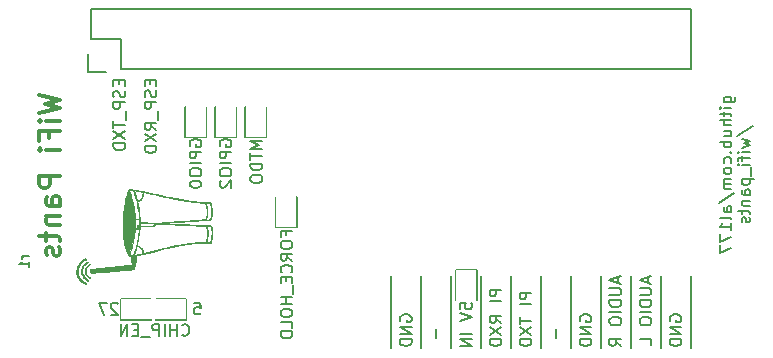
<source format=gbo>
G04 #@! TF.FileFunction,Legend,Bot*
%FSLAX46Y46*%
G04 Gerber Fmt 4.6, Leading zero omitted, Abs format (unit mm)*
G04 Created by KiCad (PCBNEW 4.0.0-stable) date 1/17/2016 1:01:26 AM*
%MOMM*%
G01*
G04 APERTURE LIST*
%ADD10C,0.150000*%
%ADD11C,0.300000*%
%ADD12C,0.200000*%
%ADD13C,0.010000*%
%ADD14R,2.127200X2.127200*%
%ADD15O,2.127200X2.127200*%
%ADD16R,2.127200X2.432000*%
%ADD17O,2.127200X2.432000*%
%ADD18R,1.670000X1.365200*%
%ADD19C,1.400000*%
%ADD20C,6.500000*%
%ADD21R,1.365200X1.670000*%
G04 APERTURE END LIST*
D10*
X66836905Y-106911905D02*
X66303571Y-106911905D01*
X66455952Y-106911905D02*
X66379762Y-106950000D01*
X66341667Y-106988096D01*
X66303571Y-107064286D01*
X66303571Y-107140477D01*
X66836905Y-107826191D02*
X66836905Y-107369048D01*
X66836905Y-107597619D02*
X66036905Y-107597619D01*
X66151190Y-107521429D01*
X66227381Y-107445238D01*
X66265476Y-107369048D01*
X125660714Y-93880953D02*
X126470238Y-93880953D01*
X126565476Y-93833334D01*
X126613095Y-93785715D01*
X126660714Y-93690476D01*
X126660714Y-93547619D01*
X126613095Y-93452381D01*
X126279762Y-93880953D02*
X126327381Y-93785715D01*
X126327381Y-93595238D01*
X126279762Y-93500000D01*
X126232143Y-93452381D01*
X126136905Y-93404762D01*
X125851190Y-93404762D01*
X125755952Y-93452381D01*
X125708333Y-93500000D01*
X125660714Y-93595238D01*
X125660714Y-93785715D01*
X125708333Y-93880953D01*
X126327381Y-94357143D02*
X125660714Y-94357143D01*
X125327381Y-94357143D02*
X125375000Y-94309524D01*
X125422619Y-94357143D01*
X125375000Y-94404762D01*
X125327381Y-94357143D01*
X125422619Y-94357143D01*
X125660714Y-94690476D02*
X125660714Y-95071428D01*
X125327381Y-94833333D02*
X126184524Y-94833333D01*
X126279762Y-94880952D01*
X126327381Y-94976190D01*
X126327381Y-95071428D01*
X126327381Y-95404762D02*
X125327381Y-95404762D01*
X126327381Y-95833334D02*
X125803571Y-95833334D01*
X125708333Y-95785715D01*
X125660714Y-95690477D01*
X125660714Y-95547619D01*
X125708333Y-95452381D01*
X125755952Y-95404762D01*
X125660714Y-96738096D02*
X126327381Y-96738096D01*
X125660714Y-96309524D02*
X126184524Y-96309524D01*
X126279762Y-96357143D01*
X126327381Y-96452381D01*
X126327381Y-96595239D01*
X126279762Y-96690477D01*
X126232143Y-96738096D01*
X126327381Y-97214286D02*
X125327381Y-97214286D01*
X125708333Y-97214286D02*
X125660714Y-97309524D01*
X125660714Y-97500001D01*
X125708333Y-97595239D01*
X125755952Y-97642858D01*
X125851190Y-97690477D01*
X126136905Y-97690477D01*
X126232143Y-97642858D01*
X126279762Y-97595239D01*
X126327381Y-97500001D01*
X126327381Y-97309524D01*
X126279762Y-97214286D01*
X126232143Y-98119048D02*
X126279762Y-98166667D01*
X126327381Y-98119048D01*
X126279762Y-98071429D01*
X126232143Y-98119048D01*
X126327381Y-98119048D01*
X126279762Y-99023810D02*
X126327381Y-98928572D01*
X126327381Y-98738095D01*
X126279762Y-98642857D01*
X126232143Y-98595238D01*
X126136905Y-98547619D01*
X125851190Y-98547619D01*
X125755952Y-98595238D01*
X125708333Y-98642857D01*
X125660714Y-98738095D01*
X125660714Y-98928572D01*
X125708333Y-99023810D01*
X126327381Y-99595238D02*
X126279762Y-99500000D01*
X126232143Y-99452381D01*
X126136905Y-99404762D01*
X125851190Y-99404762D01*
X125755952Y-99452381D01*
X125708333Y-99500000D01*
X125660714Y-99595238D01*
X125660714Y-99738096D01*
X125708333Y-99833334D01*
X125755952Y-99880953D01*
X125851190Y-99928572D01*
X126136905Y-99928572D01*
X126232143Y-99880953D01*
X126279762Y-99833334D01*
X126327381Y-99738096D01*
X126327381Y-99595238D01*
X126327381Y-100357143D02*
X125660714Y-100357143D01*
X125755952Y-100357143D02*
X125708333Y-100404762D01*
X125660714Y-100500000D01*
X125660714Y-100642858D01*
X125708333Y-100738096D01*
X125803571Y-100785715D01*
X126327381Y-100785715D01*
X125803571Y-100785715D02*
X125708333Y-100833334D01*
X125660714Y-100928572D01*
X125660714Y-101071429D01*
X125708333Y-101166667D01*
X125803571Y-101214286D01*
X126327381Y-101214286D01*
X125279762Y-102404762D02*
X126565476Y-101547619D01*
X126327381Y-103166667D02*
X125803571Y-103166667D01*
X125708333Y-103119048D01*
X125660714Y-103023810D01*
X125660714Y-102833333D01*
X125708333Y-102738095D01*
X126279762Y-103166667D02*
X126327381Y-103071429D01*
X126327381Y-102833333D01*
X126279762Y-102738095D01*
X126184524Y-102690476D01*
X126089286Y-102690476D01*
X125994048Y-102738095D01*
X125946429Y-102833333D01*
X125946429Y-103071429D01*
X125898810Y-103166667D01*
X126327381Y-103785714D02*
X126279762Y-103690476D01*
X126184524Y-103642857D01*
X125327381Y-103642857D01*
X126327381Y-104690477D02*
X126327381Y-104119048D01*
X126327381Y-104404762D02*
X125327381Y-104404762D01*
X125470238Y-104309524D01*
X125565476Y-104214286D01*
X125613095Y-104119048D01*
X125327381Y-105023810D02*
X125327381Y-105690477D01*
X126327381Y-105261905D01*
X125327381Y-105976191D02*
X125327381Y-106642858D01*
X126327381Y-106214286D01*
X126829762Y-96714286D02*
X128115476Y-95857143D01*
X127210714Y-96952381D02*
X127877381Y-97142857D01*
X127401190Y-97333334D01*
X127877381Y-97523810D01*
X127210714Y-97714286D01*
X127877381Y-98095238D02*
X127210714Y-98095238D01*
X126877381Y-98095238D02*
X126925000Y-98047619D01*
X126972619Y-98095238D01*
X126925000Y-98142857D01*
X126877381Y-98095238D01*
X126972619Y-98095238D01*
X127210714Y-98428571D02*
X127210714Y-98809523D01*
X127877381Y-98571428D02*
X127020238Y-98571428D01*
X126925000Y-98619047D01*
X126877381Y-98714285D01*
X126877381Y-98809523D01*
X127877381Y-99142857D02*
X127210714Y-99142857D01*
X126877381Y-99142857D02*
X126925000Y-99095238D01*
X126972619Y-99142857D01*
X126925000Y-99190476D01*
X126877381Y-99142857D01*
X126972619Y-99142857D01*
X127972619Y-99380952D02*
X127972619Y-100142857D01*
X127210714Y-100380952D02*
X128210714Y-100380952D01*
X127258333Y-100380952D02*
X127210714Y-100476190D01*
X127210714Y-100666667D01*
X127258333Y-100761905D01*
X127305952Y-100809524D01*
X127401190Y-100857143D01*
X127686905Y-100857143D01*
X127782143Y-100809524D01*
X127829762Y-100761905D01*
X127877381Y-100666667D01*
X127877381Y-100476190D01*
X127829762Y-100380952D01*
X127877381Y-101714286D02*
X127353571Y-101714286D01*
X127258333Y-101666667D01*
X127210714Y-101571429D01*
X127210714Y-101380952D01*
X127258333Y-101285714D01*
X127829762Y-101714286D02*
X127877381Y-101619048D01*
X127877381Y-101380952D01*
X127829762Y-101285714D01*
X127734524Y-101238095D01*
X127639286Y-101238095D01*
X127544048Y-101285714D01*
X127496429Y-101380952D01*
X127496429Y-101619048D01*
X127448810Y-101714286D01*
X127210714Y-102190476D02*
X127877381Y-102190476D01*
X127305952Y-102190476D02*
X127258333Y-102238095D01*
X127210714Y-102333333D01*
X127210714Y-102476191D01*
X127258333Y-102571429D01*
X127353571Y-102619048D01*
X127877381Y-102619048D01*
X127210714Y-102952381D02*
X127210714Y-103333333D01*
X126877381Y-103095238D02*
X127734524Y-103095238D01*
X127829762Y-103142857D01*
X127877381Y-103238095D01*
X127877381Y-103333333D01*
X127829762Y-103619048D02*
X127877381Y-103714286D01*
X127877381Y-103904762D01*
X127829762Y-104000001D01*
X127734524Y-104047620D01*
X127686905Y-104047620D01*
X127591667Y-104000001D01*
X127544048Y-103904762D01*
X127544048Y-103761905D01*
X127496429Y-103666667D01*
X127401190Y-103619048D01*
X127353571Y-103619048D01*
X127258333Y-103666667D01*
X127210714Y-103761905D01*
X127210714Y-103904762D01*
X127258333Y-104000001D01*
D11*
X67664286Y-93242858D02*
X69464286Y-93671429D01*
X68178571Y-94014286D01*
X69464286Y-94357144D01*
X67664286Y-94785715D01*
X69464286Y-95471429D02*
X68264286Y-95471429D01*
X67664286Y-95471429D02*
X67750000Y-95385715D01*
X67835714Y-95471429D01*
X67750000Y-95557144D01*
X67664286Y-95471429D01*
X67835714Y-95471429D01*
X68521429Y-96928572D02*
X68521429Y-96328572D01*
X69464286Y-96328572D02*
X67664286Y-96328572D01*
X67664286Y-97185715D01*
X69464286Y-97871429D02*
X68264286Y-97871429D01*
X67664286Y-97871429D02*
X67750000Y-97785715D01*
X67835714Y-97871429D01*
X67750000Y-97957144D01*
X67664286Y-97871429D01*
X67835714Y-97871429D01*
X69464286Y-100100001D02*
X67664286Y-100100001D01*
X67664286Y-100785716D01*
X67750000Y-100957144D01*
X67835714Y-101042859D01*
X68007143Y-101128573D01*
X68264286Y-101128573D01*
X68435714Y-101042859D01*
X68521429Y-100957144D01*
X68607143Y-100785716D01*
X68607143Y-100100001D01*
X69464286Y-102671430D02*
X68521429Y-102671430D01*
X68350000Y-102585716D01*
X68264286Y-102414287D01*
X68264286Y-102071430D01*
X68350000Y-101900001D01*
X69378571Y-102671430D02*
X69464286Y-102500001D01*
X69464286Y-102071430D01*
X69378571Y-101900001D01*
X69207143Y-101814287D01*
X69035714Y-101814287D01*
X68864286Y-101900001D01*
X68778571Y-102071430D01*
X68778571Y-102500001D01*
X68692857Y-102671430D01*
X68264286Y-103528572D02*
X69464286Y-103528572D01*
X68435714Y-103528572D02*
X68350000Y-103614287D01*
X68264286Y-103785715D01*
X68264286Y-104042858D01*
X68350000Y-104214287D01*
X68521429Y-104300001D01*
X69464286Y-104300001D01*
X68264286Y-104900001D02*
X68264286Y-105585715D01*
X67664286Y-105157143D02*
X69207143Y-105157143D01*
X69378571Y-105242858D01*
X69464286Y-105414286D01*
X69464286Y-105585715D01*
X69378571Y-106100000D02*
X69464286Y-106271429D01*
X69464286Y-106614286D01*
X69378571Y-106785714D01*
X69207143Y-106871429D01*
X69121429Y-106871429D01*
X68950000Y-106785714D01*
X68864286Y-106614286D01*
X68864286Y-106357143D01*
X68778571Y-106185714D01*
X68607143Y-106100000D01*
X68521429Y-106100000D01*
X68350000Y-106185714D01*
X68264286Y-106357143D01*
X68264286Y-106614286D01*
X68350000Y-106785714D01*
D12*
X97500000Y-108550000D02*
X97500000Y-114700000D01*
X100040000Y-108550000D02*
X100040000Y-114700000D01*
X102580000Y-108550000D02*
X102580000Y-114700000D01*
X105120000Y-108550000D02*
X105120000Y-114700000D01*
X107660000Y-108550000D02*
X107660000Y-114700000D01*
X110200000Y-108550000D02*
X110200000Y-114700000D01*
X112740000Y-108550000D02*
X112740000Y-114700000D01*
X115280000Y-108550000D02*
X115280000Y-114700000D01*
X117820000Y-108550000D02*
X117820000Y-114700000D01*
X120360000Y-108550000D02*
X120360000Y-114700000D01*
X122900000Y-108550000D02*
X122900000Y-114700000D01*
D10*
X98300000Y-112411905D02*
X98252381Y-112316667D01*
X98252381Y-112173810D01*
X98300000Y-112030952D01*
X98395238Y-111935714D01*
X98490476Y-111888095D01*
X98680952Y-111840476D01*
X98823810Y-111840476D01*
X99014286Y-111888095D01*
X99109524Y-111935714D01*
X99204762Y-112030952D01*
X99252381Y-112173810D01*
X99252381Y-112269048D01*
X99204762Y-112411905D01*
X99157143Y-112459524D01*
X98823810Y-112459524D01*
X98823810Y-112269048D01*
X99252381Y-112888095D02*
X98252381Y-112888095D01*
X99252381Y-113459524D01*
X98252381Y-113459524D01*
X99252381Y-113935714D02*
X98252381Y-113935714D01*
X98252381Y-114173809D01*
X98300000Y-114316667D01*
X98395238Y-114411905D01*
X98490476Y-114459524D01*
X98680952Y-114507143D01*
X98823810Y-114507143D01*
X99014286Y-114459524D01*
X99109524Y-114411905D01*
X99204762Y-114316667D01*
X99252381Y-114173809D01*
X99252381Y-113935714D01*
X101321429Y-113038095D02*
X101321429Y-113800000D01*
X103352381Y-111364286D02*
X103352381Y-110888095D01*
X103828571Y-110840476D01*
X103780952Y-110888095D01*
X103733333Y-110983333D01*
X103733333Y-111221429D01*
X103780952Y-111316667D01*
X103828571Y-111364286D01*
X103923810Y-111411905D01*
X104161905Y-111411905D01*
X104257143Y-111364286D01*
X104304762Y-111316667D01*
X104352381Y-111221429D01*
X104352381Y-110983333D01*
X104304762Y-110888095D01*
X104257143Y-110840476D01*
X103352381Y-111697619D02*
X104352381Y-112030952D01*
X103352381Y-112364286D01*
X104352381Y-113459524D02*
X103352381Y-113459524D01*
X104352381Y-113935714D02*
X103352381Y-113935714D01*
X104352381Y-114507143D01*
X103352381Y-114507143D01*
X106862381Y-109738095D02*
X105862381Y-109738095D01*
X105862381Y-110119048D01*
X105910000Y-110214286D01*
X105957619Y-110261905D01*
X106052857Y-110309524D01*
X106195714Y-110309524D01*
X106290952Y-110261905D01*
X106338571Y-110214286D01*
X106386190Y-110119048D01*
X106386190Y-109738095D01*
X106862381Y-110738095D02*
X105862381Y-110738095D01*
X106862381Y-112547619D02*
X106386190Y-112214285D01*
X106862381Y-111976190D02*
X105862381Y-111976190D01*
X105862381Y-112357143D01*
X105910000Y-112452381D01*
X105957619Y-112500000D01*
X106052857Y-112547619D01*
X106195714Y-112547619D01*
X106290952Y-112500000D01*
X106338571Y-112452381D01*
X106386190Y-112357143D01*
X106386190Y-111976190D01*
X105862381Y-112880952D02*
X106862381Y-113547619D01*
X105862381Y-113547619D02*
X106862381Y-112880952D01*
X106862381Y-113928571D02*
X105862381Y-113928571D01*
X105862381Y-114166666D01*
X105910000Y-114309524D01*
X106005238Y-114404762D01*
X106100476Y-114452381D01*
X106290952Y-114500000D01*
X106433810Y-114500000D01*
X106624286Y-114452381D01*
X106719524Y-114404762D01*
X106814762Y-114309524D01*
X106862381Y-114166666D01*
X106862381Y-113928571D01*
X109402381Y-109988095D02*
X108402381Y-109988095D01*
X108402381Y-110369048D01*
X108450000Y-110464286D01*
X108497619Y-110511905D01*
X108592857Y-110559524D01*
X108735714Y-110559524D01*
X108830952Y-110511905D01*
X108878571Y-110464286D01*
X108926190Y-110369048D01*
X108926190Y-109988095D01*
X109402381Y-110988095D02*
X108402381Y-110988095D01*
X108402381Y-112083333D02*
X108402381Y-112654762D01*
X109402381Y-112369047D02*
X108402381Y-112369047D01*
X108402381Y-112892857D02*
X109402381Y-113559524D01*
X108402381Y-113559524D02*
X109402381Y-112892857D01*
X109402381Y-113940476D02*
X108402381Y-113940476D01*
X108402381Y-114178571D01*
X108450000Y-114321429D01*
X108545238Y-114416667D01*
X108640476Y-114464286D01*
X108830952Y-114511905D01*
X108973810Y-114511905D01*
X109164286Y-114464286D01*
X109259524Y-114416667D01*
X109354762Y-114321429D01*
X109402381Y-114178571D01*
X109402381Y-113940476D01*
X111471429Y-113038095D02*
X111471429Y-113800000D01*
X113530000Y-112411905D02*
X113482381Y-112316667D01*
X113482381Y-112173810D01*
X113530000Y-112030952D01*
X113625238Y-111935714D01*
X113720476Y-111888095D01*
X113910952Y-111840476D01*
X114053810Y-111840476D01*
X114244286Y-111888095D01*
X114339524Y-111935714D01*
X114434762Y-112030952D01*
X114482381Y-112173810D01*
X114482381Y-112269048D01*
X114434762Y-112411905D01*
X114387143Y-112459524D01*
X114053810Y-112459524D01*
X114053810Y-112269048D01*
X114482381Y-112888095D02*
X113482381Y-112888095D01*
X114482381Y-113459524D01*
X113482381Y-113459524D01*
X114482381Y-113935714D02*
X113482381Y-113935714D01*
X113482381Y-114173809D01*
X113530000Y-114316667D01*
X113625238Y-114411905D01*
X113720476Y-114459524D01*
X113910952Y-114507143D01*
X114053810Y-114507143D01*
X114244286Y-114459524D01*
X114339524Y-114411905D01*
X114434762Y-114316667D01*
X114482381Y-114173809D01*
X114482381Y-113935714D01*
X116716667Y-108690476D02*
X116716667Y-109166667D01*
X117002381Y-108595238D02*
X116002381Y-108928571D01*
X117002381Y-109261905D01*
X116002381Y-109595238D02*
X116811905Y-109595238D01*
X116907143Y-109642857D01*
X116954762Y-109690476D01*
X117002381Y-109785714D01*
X117002381Y-109976191D01*
X116954762Y-110071429D01*
X116907143Y-110119048D01*
X116811905Y-110166667D01*
X116002381Y-110166667D01*
X117002381Y-110642857D02*
X116002381Y-110642857D01*
X116002381Y-110880952D01*
X116050000Y-111023810D01*
X116145238Y-111119048D01*
X116240476Y-111166667D01*
X116430952Y-111214286D01*
X116573810Y-111214286D01*
X116764286Y-111166667D01*
X116859524Y-111119048D01*
X116954762Y-111023810D01*
X117002381Y-110880952D01*
X117002381Y-110642857D01*
X117002381Y-111642857D02*
X116002381Y-111642857D01*
X116002381Y-112309523D02*
X116002381Y-112500000D01*
X116050000Y-112595238D01*
X116145238Y-112690476D01*
X116335714Y-112738095D01*
X116669048Y-112738095D01*
X116859524Y-112690476D01*
X116954762Y-112595238D01*
X117002381Y-112500000D01*
X117002381Y-112309523D01*
X116954762Y-112214285D01*
X116859524Y-112119047D01*
X116669048Y-112071428D01*
X116335714Y-112071428D01*
X116145238Y-112119047D01*
X116050000Y-112214285D01*
X116002381Y-112309523D01*
X117002381Y-114500000D02*
X116526190Y-114166666D01*
X117002381Y-113928571D02*
X116002381Y-113928571D01*
X116002381Y-114309524D01*
X116050000Y-114404762D01*
X116097619Y-114452381D01*
X116192857Y-114500000D01*
X116335714Y-114500000D01*
X116430952Y-114452381D01*
X116478571Y-114404762D01*
X116526190Y-114309524D01*
X116526190Y-113928571D01*
X119266667Y-108690476D02*
X119266667Y-109166667D01*
X119552381Y-108595238D02*
X118552381Y-108928571D01*
X119552381Y-109261905D01*
X118552381Y-109595238D02*
X119361905Y-109595238D01*
X119457143Y-109642857D01*
X119504762Y-109690476D01*
X119552381Y-109785714D01*
X119552381Y-109976191D01*
X119504762Y-110071429D01*
X119457143Y-110119048D01*
X119361905Y-110166667D01*
X118552381Y-110166667D01*
X119552381Y-110642857D02*
X118552381Y-110642857D01*
X118552381Y-110880952D01*
X118600000Y-111023810D01*
X118695238Y-111119048D01*
X118790476Y-111166667D01*
X118980952Y-111214286D01*
X119123810Y-111214286D01*
X119314286Y-111166667D01*
X119409524Y-111119048D01*
X119504762Y-111023810D01*
X119552381Y-110880952D01*
X119552381Y-110642857D01*
X119552381Y-111642857D02*
X118552381Y-111642857D01*
X118552381Y-112309523D02*
X118552381Y-112500000D01*
X118600000Y-112595238D01*
X118695238Y-112690476D01*
X118885714Y-112738095D01*
X119219048Y-112738095D01*
X119409524Y-112690476D01*
X119504762Y-112595238D01*
X119552381Y-112500000D01*
X119552381Y-112309523D01*
X119504762Y-112214285D01*
X119409524Y-112119047D01*
X119219048Y-112071428D01*
X118885714Y-112071428D01*
X118695238Y-112119047D01*
X118600000Y-112214285D01*
X118552381Y-112309523D01*
X119552381Y-114404762D02*
X119552381Y-113928571D01*
X118552381Y-113928571D01*
X121150000Y-112411905D02*
X121102381Y-112316667D01*
X121102381Y-112173810D01*
X121150000Y-112030952D01*
X121245238Y-111935714D01*
X121340476Y-111888095D01*
X121530952Y-111840476D01*
X121673810Y-111840476D01*
X121864286Y-111888095D01*
X121959524Y-111935714D01*
X122054762Y-112030952D01*
X122102381Y-112173810D01*
X122102381Y-112269048D01*
X122054762Y-112411905D01*
X122007143Y-112459524D01*
X121673810Y-112459524D01*
X121673810Y-112269048D01*
X122102381Y-112888095D02*
X121102381Y-112888095D01*
X122102381Y-113459524D01*
X121102381Y-113459524D01*
X122102381Y-113935714D02*
X121102381Y-113935714D01*
X121102381Y-114173809D01*
X121150000Y-114316667D01*
X121245238Y-114411905D01*
X121340476Y-114459524D01*
X121530952Y-114507143D01*
X121673810Y-114507143D01*
X121864286Y-114459524D01*
X121959524Y-114411905D01*
X122054762Y-114316667D01*
X122102381Y-114173809D01*
X122102381Y-113935714D01*
X79809523Y-113557143D02*
X79857142Y-113604762D01*
X79999999Y-113652381D01*
X80095237Y-113652381D01*
X80238095Y-113604762D01*
X80333333Y-113509524D01*
X80380952Y-113414286D01*
X80428571Y-113223810D01*
X80428571Y-113080952D01*
X80380952Y-112890476D01*
X80333333Y-112795238D01*
X80238095Y-112700000D01*
X80095237Y-112652381D01*
X79999999Y-112652381D01*
X79857142Y-112700000D01*
X79809523Y-112747619D01*
X79380952Y-113652381D02*
X79380952Y-112652381D01*
X79380952Y-113128571D02*
X78809523Y-113128571D01*
X78809523Y-113652381D02*
X78809523Y-112652381D01*
X78333333Y-113652381D02*
X78333333Y-112652381D01*
X77857143Y-113652381D02*
X77857143Y-112652381D01*
X77476190Y-112652381D01*
X77380952Y-112700000D01*
X77333333Y-112747619D01*
X77285714Y-112842857D01*
X77285714Y-112985714D01*
X77333333Y-113080952D01*
X77380952Y-113128571D01*
X77476190Y-113176190D01*
X77857143Y-113176190D01*
X77095238Y-113747619D02*
X76333333Y-113747619D01*
X76095238Y-113128571D02*
X75761904Y-113128571D01*
X75619047Y-113652381D02*
X76095238Y-113652381D01*
X76095238Y-112652381D01*
X75619047Y-112652381D01*
X75190476Y-113652381D02*
X75190476Y-112652381D01*
X74619047Y-113652381D01*
X74619047Y-112652381D01*
X122900000Y-85960000D02*
X72100000Y-85960000D01*
X74640000Y-91040000D02*
X122900000Y-91040000D01*
X122900000Y-85960000D02*
X122900000Y-91040000D01*
X72100000Y-85960000D02*
X72100000Y-88500000D01*
X73370000Y-91320000D02*
X71820000Y-91320000D01*
X72100000Y-88500000D02*
X74640000Y-88500000D01*
X74640000Y-88500000D02*
X74640000Y-91040000D01*
X71820000Y-91320000D02*
X71820000Y-89770000D01*
X87735000Y-104394000D02*
X87735000Y-101854000D01*
X89513000Y-101854000D02*
X89513000Y-104394000D01*
X89513000Y-101854000D02*
X87735000Y-101854000D01*
X87735000Y-104394000D02*
X89513000Y-104394000D01*
X86948137Y-94234000D02*
X86948137Y-96774000D01*
X85170137Y-96774000D02*
X85170137Y-94234000D01*
X85170137Y-96774000D02*
X86948137Y-96774000D01*
X86948137Y-94234000D02*
X85170137Y-94234000D01*
X84408137Y-94234000D02*
X84408137Y-96774000D01*
X82630137Y-96774000D02*
X82630137Y-94234000D01*
X82630137Y-96774000D02*
X84408137Y-96774000D01*
X84408137Y-94234000D02*
X82630137Y-94234000D01*
X81868137Y-94234000D02*
X81868137Y-96774000D01*
X80090137Y-96774000D02*
X80090137Y-94234000D01*
X80090137Y-96774000D02*
X81868137Y-96774000D01*
X81868137Y-94234000D02*
X80090137Y-94234000D01*
X74676000Y-110490000D02*
X77216000Y-110490000D01*
X77216000Y-112268000D02*
X74676000Y-112268000D01*
X77216000Y-112268000D02*
X77216000Y-110490000D01*
X74676000Y-110490000D02*
X74676000Y-112268000D01*
X77597000Y-110490000D02*
X80137000Y-110490000D01*
X80137000Y-112268000D02*
X77597000Y-112268000D01*
X80137000Y-112268000D02*
X80137000Y-110490000D01*
X77597000Y-110490000D02*
X77597000Y-112268000D01*
X104775000Y-108077000D02*
X104775000Y-110617000D01*
X102997000Y-110617000D02*
X102997000Y-108077000D01*
X102997000Y-110617000D02*
X104775000Y-110617000D01*
X104775000Y-108077000D02*
X102997000Y-108077000D01*
D13*
G36*
X72004082Y-108191748D02*
X72031648Y-108244166D01*
X72080709Y-108285788D01*
X72093809Y-108292623D01*
X72101841Y-108295929D01*
X72111915Y-108298658D01*
X72125496Y-108300711D01*
X72144052Y-108301986D01*
X72169046Y-108302380D01*
X72201947Y-108301794D01*
X72244219Y-108300124D01*
X72297330Y-108297270D01*
X72362744Y-108293130D01*
X72441929Y-108287603D01*
X72536349Y-108280587D01*
X72647472Y-108271981D01*
X72776763Y-108261684D01*
X72925688Y-108249593D01*
X73095714Y-108235607D01*
X73288306Y-108219625D01*
X73504931Y-108201545D01*
X73747054Y-108181267D01*
X73957096Y-108163644D01*
X74180588Y-108144868D01*
X74396221Y-108126719D01*
X74602332Y-108109340D01*
X74797260Y-108092872D01*
X74979343Y-108077456D01*
X75146919Y-108063233D01*
X75298326Y-108050346D01*
X75431903Y-108038936D01*
X75545988Y-108029144D01*
X75638920Y-108021112D01*
X75709035Y-108014981D01*
X75754674Y-108010893D01*
X75774173Y-108008989D01*
X75774788Y-108008884D01*
X75776480Y-107995105D01*
X75779794Y-107958152D01*
X75784354Y-107903003D01*
X75789784Y-107834634D01*
X75795705Y-107758023D01*
X75801743Y-107678147D01*
X75807519Y-107599985D01*
X75812658Y-107528512D01*
X75816781Y-107468707D01*
X75819514Y-107425547D01*
X75820465Y-107405472D01*
X75832726Y-107397508D01*
X75855944Y-107394889D01*
X75883173Y-107388800D01*
X75893023Y-107377250D01*
X75894056Y-107358065D01*
X75895830Y-107315481D01*
X75898161Y-107254308D01*
X75900866Y-107179354D01*
X75903607Y-107100029D01*
X75912389Y-106840447D01*
X76145222Y-106794200D01*
X76237645Y-106775558D01*
X76328085Y-106756659D01*
X76419445Y-106736799D01*
X76514622Y-106715279D01*
X76616518Y-106691395D01*
X76728033Y-106664448D01*
X76852065Y-106633734D01*
X76991516Y-106598554D01*
X77149284Y-106558204D01*
X77328271Y-106511983D01*
X77531376Y-106459191D01*
X77549017Y-106454594D01*
X77848055Y-106377159D01*
X78122617Y-106307183D01*
X78375284Y-106244099D01*
X78608637Y-106187341D01*
X78825258Y-106136342D01*
X79027727Y-106090536D01*
X79218626Y-106049357D01*
X79400536Y-106012238D01*
X79576038Y-105978611D01*
X79747714Y-105947912D01*
X79918143Y-105919573D01*
X80089908Y-105893028D01*
X80144021Y-105885047D01*
X80302831Y-105863583D01*
X80472617Y-105843712D01*
X80648859Y-105825753D01*
X80827036Y-105810027D01*
X81002627Y-105796856D01*
X81171111Y-105786561D01*
X81327967Y-105779461D01*
X81468674Y-105775880D01*
X81588711Y-105776136D01*
X81648555Y-105778246D01*
X81792989Y-105785309D01*
X81919670Y-105790545D01*
X82026750Y-105793918D01*
X82112381Y-105795388D01*
X82174712Y-105794918D01*
X82211895Y-105792472D01*
X82221529Y-105789932D01*
X82230588Y-105772277D01*
X82243792Y-105731604D01*
X82260042Y-105672625D01*
X82278241Y-105600052D01*
X82297292Y-105518598D01*
X82316097Y-105432975D01*
X82333560Y-105347895D01*
X82348582Y-105268072D01*
X82360066Y-105198217D01*
X82361295Y-105189739D01*
X82376516Y-105037018D01*
X82379118Y-104887918D01*
X82368972Y-104752634D01*
X82367122Y-104739375D01*
X82326223Y-104551280D01*
X82259697Y-104372972D01*
X82259205Y-104371896D01*
X82209072Y-104262222D01*
X82016168Y-104262222D01*
X82016168Y-104318667D01*
X82084286Y-104319053D01*
X82129822Y-104320896D01*
X82158414Y-104325222D01*
X82175697Y-104333054D01*
X82187310Y-104345421D01*
X82190693Y-104350417D01*
X82207455Y-104384008D01*
X82228545Y-104437444D01*
X82251496Y-104503177D01*
X82273841Y-104573659D01*
X82293113Y-104641342D01*
X82306846Y-104698678D01*
X82309967Y-104715377D01*
X82320238Y-104810286D01*
X82323587Y-104922481D01*
X82320126Y-105041916D01*
X82309968Y-105158547D01*
X82304561Y-105198800D01*
X82292726Y-105268951D01*
X82276063Y-105355651D01*
X82256744Y-105448106D01*
X82236941Y-105535525D01*
X82236047Y-105539278D01*
X82188860Y-105736833D01*
X82023445Y-105740818D01*
X81953056Y-105742213D01*
X81906415Y-105741962D01*
X81879071Y-105739468D01*
X81866569Y-105734132D01*
X81864456Y-105725356D01*
X81865854Y-105719652D01*
X81880588Y-105666445D01*
X81898546Y-105592727D01*
X81918170Y-105505800D01*
X81937901Y-105412966D01*
X81956182Y-105321528D01*
X81971454Y-105238789D01*
X81981100Y-105179444D01*
X81997726Y-104972426D01*
X81987004Y-104767940D01*
X81949201Y-104568420D01*
X81895624Y-104403651D01*
X81862319Y-104318667D01*
X82016168Y-104318667D01*
X82016168Y-104262222D01*
X82014656Y-104262222D01*
X81943763Y-104262992D01*
X81883742Y-104265104D01*
X81839849Y-104268262D01*
X81817337Y-104272170D01*
X81815537Y-104273449D01*
X81801328Y-104273857D01*
X81760934Y-104273005D01*
X81696359Y-104270984D01*
X81609606Y-104267883D01*
X81502680Y-104263793D01*
X81377586Y-104258805D01*
X81236327Y-104253010D01*
X81080907Y-104246497D01*
X80913332Y-104239357D01*
X80735605Y-104231681D01*
X80549730Y-104223559D01*
X80357712Y-104215082D01*
X80161554Y-104206340D01*
X79963262Y-104197424D01*
X79764839Y-104188423D01*
X79568289Y-104179429D01*
X79375618Y-104170532D01*
X79188828Y-104161822D01*
X79009924Y-104153390D01*
X78840911Y-104145327D01*
X78683792Y-104137723D01*
X78540573Y-104130667D01*
X78413256Y-104124252D01*
X78303847Y-104118567D01*
X78214349Y-104113702D01*
X78146767Y-104109749D01*
X78103105Y-104106798D01*
X78086044Y-104105098D01*
X78096483Y-104103486D01*
X78133466Y-104100030D01*
X78195381Y-104094849D01*
X78280620Y-104088063D01*
X78387571Y-104079793D01*
X78514625Y-104070158D01*
X78660171Y-104059279D01*
X78822598Y-104047275D01*
X79000297Y-104034267D01*
X79191658Y-104020375D01*
X79395069Y-104005719D01*
X79608922Y-103990419D01*
X79831605Y-103974596D01*
X79912441Y-103968878D01*
X80138646Y-103952984D01*
X80357101Y-103937807D01*
X80566149Y-103923454D01*
X80764136Y-103910032D01*
X80949407Y-103897646D01*
X81120308Y-103886403D01*
X81275182Y-103876409D01*
X81412375Y-103867771D01*
X81530233Y-103860596D01*
X81627099Y-103854988D01*
X81701320Y-103851056D01*
X81751240Y-103848906D01*
X81775204Y-103848643D01*
X81777128Y-103848982D01*
X81794492Y-103852475D01*
X81834687Y-103854519D01*
X81892357Y-103855015D01*
X81962142Y-103853862D01*
X81989852Y-103853000D01*
X82191558Y-103845944D01*
X82237752Y-103738077D01*
X82277629Y-103638863D01*
X82306550Y-103550002D01*
X82326104Y-103463231D01*
X82337880Y-103370287D01*
X82343466Y-103262906D01*
X82344527Y-103182722D01*
X82344194Y-103089788D01*
X82341928Y-103015618D01*
X82336776Y-102950771D01*
X82327782Y-102885807D01*
X82313993Y-102811284D01*
X82300321Y-102745278D01*
X82282284Y-102661744D01*
X82263817Y-102578843D01*
X82246776Y-102504747D01*
X82233018Y-102447627D01*
X82229759Y-102434833D01*
X82204079Y-102336056D01*
X82003141Y-102335026D01*
X82003141Y-102371333D01*
X82155468Y-102371333D01*
X82169950Y-102425117D01*
X82187488Y-102494639D01*
X82207951Y-102582560D01*
X82229313Y-102679498D01*
X82249550Y-102776068D01*
X82266635Y-102862886D01*
X82277113Y-102921667D01*
X82286518Y-103004848D01*
X82291090Y-103103921D01*
X82291037Y-103210363D01*
X82286566Y-103315653D01*
X82277887Y-103411270D01*
X82265208Y-103488691D01*
X82263018Y-103498031D01*
X82245748Y-103558060D01*
X82221997Y-103628240D01*
X82197783Y-103691196D01*
X82154640Y-103794830D01*
X81996848Y-103799220D01*
X81933341Y-103800779D01*
X81881170Y-103801664D01*
X81846206Y-103801802D01*
X81834347Y-103801255D01*
X81837193Y-103788081D01*
X81848689Y-103754589D01*
X81866774Y-103706573D01*
X81879626Y-103673962D01*
X81923869Y-103544657D01*
X81953480Y-103412157D01*
X81968470Y-103272966D01*
X81968847Y-103123588D01*
X81954621Y-102960528D01*
X81925799Y-102780287D01*
X81882472Y-102579707D01*
X81866362Y-102509648D01*
X81853746Y-102449808D01*
X81845617Y-102405307D01*
X81842967Y-102381265D01*
X81843524Y-102378624D01*
X81859782Y-102375654D01*
X81898138Y-102373267D01*
X81952471Y-102371743D01*
X82003141Y-102371333D01*
X82003141Y-102335026D01*
X81880456Y-102334397D01*
X81756184Y-102332852D01*
X81637066Y-102329276D01*
X81518206Y-102323286D01*
X81394706Y-102314497D01*
X81261670Y-102302525D01*
X81114202Y-102286986D01*
X80947405Y-102267496D01*
X80808944Y-102250341D01*
X80615059Y-102224985D01*
X80420448Y-102197668D01*
X80222926Y-102167977D01*
X80020303Y-102135503D01*
X79810393Y-102099833D01*
X79591008Y-102060557D01*
X79359960Y-102017262D01*
X79115063Y-101969537D01*
X78854128Y-101916971D01*
X78574968Y-101859153D01*
X78275395Y-101795672D01*
X77953223Y-101726114D01*
X77606262Y-101650071D01*
X77544420Y-101636416D01*
X77373077Y-101598710D01*
X77197058Y-101560274D01*
X77020471Y-101521987D01*
X76847425Y-101484729D01*
X76682028Y-101449378D01*
X76549665Y-101421322D01*
X76549665Y-101483632D01*
X76564250Y-101484414D01*
X76588041Y-101487638D01*
X76622985Y-101493695D01*
X76671027Y-101502980D01*
X76734115Y-101515884D01*
X76814193Y-101532800D01*
X76913207Y-101554122D01*
X77033105Y-101580242D01*
X77175831Y-101611553D01*
X77343332Y-101648449D01*
X77422278Y-101665867D01*
X77737112Y-101735122D01*
X78026723Y-101798300D01*
X78293345Y-101855840D01*
X78539215Y-101908180D01*
X78766568Y-101955759D01*
X78977640Y-101999014D01*
X79174668Y-102038385D01*
X79359886Y-102074309D01*
X79535531Y-102107225D01*
X79703839Y-102137571D01*
X79867045Y-102165786D01*
X80027386Y-102192307D01*
X80187096Y-102217574D01*
X80348413Y-102242024D01*
X80399722Y-102249599D01*
X80524799Y-102267328D01*
X80660478Y-102285458D01*
X80803042Y-102303578D01*
X80948772Y-102321281D01*
X81093953Y-102338156D01*
X81234867Y-102353796D01*
X81367796Y-102367792D01*
X81489024Y-102379735D01*
X81594832Y-102389215D01*
X81681504Y-102395825D01*
X81745322Y-102399156D01*
X81762545Y-102399475D01*
X81773296Y-102406221D01*
X81784964Y-102428526D01*
X81798656Y-102469607D01*
X81815484Y-102532683D01*
X81831726Y-102600194D01*
X81870814Y-102781755D01*
X81897777Y-102941806D01*
X81912954Y-103084159D01*
X81916681Y-103212625D01*
X81909299Y-103331014D01*
X81901593Y-103387333D01*
X81890777Y-103440118D01*
X81874195Y-103504860D01*
X81854026Y-103574610D01*
X81832446Y-103642421D01*
X81811632Y-103701343D01*
X81793762Y-103744428D01*
X81784514Y-103760983D01*
X81778723Y-103764252D01*
X81765156Y-103767806D01*
X81742569Y-103771743D01*
X81709715Y-103776166D01*
X81665349Y-103781173D01*
X81608225Y-103786865D01*
X81537098Y-103793344D01*
X81450721Y-103800708D01*
X81347849Y-103809059D01*
X81227236Y-103818497D01*
X81087636Y-103829122D01*
X80927804Y-103841035D01*
X80746493Y-103854336D01*
X80542458Y-103869125D01*
X80314453Y-103885503D01*
X80061233Y-103903570D01*
X79781551Y-103923427D01*
X79673975Y-103931045D01*
X77579451Y-104079283D01*
X77558498Y-104078411D01*
X77558498Y-104134066D01*
X77638554Y-104141648D01*
X77661870Y-104143177D01*
X77711725Y-104145911D01*
X77786470Y-104149773D01*
X77884450Y-104154681D01*
X78004013Y-104160559D01*
X78143508Y-104167326D01*
X78301281Y-104174904D01*
X78475681Y-104183213D01*
X78665056Y-104192175D01*
X78867751Y-104201710D01*
X79082117Y-104211740D01*
X79306499Y-104222184D01*
X79539246Y-104232965D01*
X79757667Y-104243036D01*
X80043044Y-104256199D01*
X80301499Y-104268202D01*
X80534305Y-104279115D01*
X80742734Y-104289010D01*
X80928059Y-104297957D01*
X81091554Y-104306029D01*
X81234491Y-104313296D01*
X81358142Y-104319829D01*
X81463781Y-104325700D01*
X81552682Y-104330979D01*
X81626115Y-104335739D01*
X81685356Y-104340050D01*
X81731676Y-104343983D01*
X81766348Y-104347609D01*
X81790645Y-104351000D01*
X81805841Y-104354227D01*
X81813207Y-104357361D01*
X81813882Y-104358018D01*
X81829390Y-104386411D01*
X81848905Y-104435483D01*
X81870249Y-104498379D01*
X81891243Y-104568242D01*
X81909705Y-104638217D01*
X81923457Y-104701447D01*
X81923985Y-104704329D01*
X81939347Y-104834339D01*
X81942228Y-104979358D01*
X81932637Y-105129087D01*
X81923580Y-105199771D01*
X81911582Y-105270394D01*
X81894845Y-105357031D01*
X81875649Y-105448360D01*
X81857522Y-105527855D01*
X81812606Y-105715667D01*
X81635331Y-105715758D01*
X81441769Y-105718896D01*
X81227393Y-105727775D01*
X80998904Y-105741869D01*
X80763004Y-105760652D01*
X80526397Y-105783599D01*
X80295784Y-105810184D01*
X80107031Y-105835604D01*
X79938717Y-105860920D01*
X79771774Y-105888016D01*
X79603678Y-105917447D01*
X79431904Y-105949767D01*
X79253928Y-105985533D01*
X79067225Y-106025300D01*
X78869270Y-106069623D01*
X78657540Y-106119058D01*
X78429510Y-106174160D01*
X78182655Y-106235485D01*
X77914450Y-106303588D01*
X77622371Y-106379024D01*
X77542222Y-106399904D01*
X77333466Y-106454219D01*
X77146115Y-106502645D01*
X76980922Y-106544993D01*
X76838641Y-106581075D01*
X76720022Y-106610703D01*
X76625819Y-106633689D01*
X76556784Y-106649843D01*
X76513669Y-106658979D01*
X76498662Y-106661111D01*
X76493429Y-106647963D01*
X76488264Y-106612359D01*
X76483829Y-106560060D01*
X76481226Y-106509417D01*
X76477043Y-106432747D01*
X76470505Y-106377123D01*
X76460385Y-106335392D01*
X76445456Y-106300400D01*
X76445314Y-106300127D01*
X76402615Y-106238764D01*
X76338569Y-106173279D01*
X76258643Y-106108359D01*
X76168301Y-106048692D01*
X76122046Y-106022876D01*
X75994757Y-105956141D01*
X76027640Y-105811210D01*
X76081093Y-105555810D01*
X76128754Y-105288614D01*
X76168665Y-105021674D01*
X76198867Y-104767044D01*
X76201348Y-104742000D01*
X76209387Y-104664721D01*
X76218722Y-104583353D01*
X76227816Y-104511037D01*
X76231423Y-104484927D01*
X76247113Y-104376021D01*
X76816040Y-104372038D01*
X76963767Y-104371093D01*
X77086009Y-104370121D01*
X77185497Y-104368535D01*
X77264962Y-104365743D01*
X77327136Y-104361157D01*
X77374749Y-104354186D01*
X77410534Y-104344240D01*
X77437221Y-104330730D01*
X77457542Y-104313066D01*
X77474228Y-104290658D01*
X77490010Y-104262916D01*
X77507620Y-104229250D01*
X77511554Y-104221842D01*
X77558498Y-104134066D01*
X77558498Y-104078411D01*
X76917347Y-104051726D01*
X76783383Y-104045990D01*
X76658159Y-104040320D01*
X76544473Y-104034864D01*
X76445126Y-104029772D01*
X76362917Y-104025192D01*
X76300646Y-104021272D01*
X76261113Y-104018163D01*
X76247167Y-104016093D01*
X76244000Y-104000137D01*
X76244000Y-104074743D01*
X76381583Y-104083439D01*
X76430643Y-104086119D01*
X76503073Y-104089507D01*
X76594038Y-104093405D01*
X76698701Y-104097614D01*
X76812224Y-104101936D01*
X76929772Y-104106174D01*
X76970722Y-104107591D01*
X77107135Y-104112381D01*
X77217859Y-104116587D01*
X77305416Y-104120382D01*
X77372330Y-104123938D01*
X77421123Y-104127427D01*
X77454318Y-104131021D01*
X77474438Y-104134892D01*
X77484006Y-104139211D01*
X77485778Y-104142700D01*
X77480271Y-104158408D01*
X77466218Y-104190814D01*
X77455727Y-104213570D01*
X77443693Y-104238859D01*
X77431795Y-104259729D01*
X77417366Y-104276602D01*
X77397738Y-104289904D01*
X77370243Y-104300058D01*
X77332212Y-104307490D01*
X77280978Y-104312624D01*
X77213871Y-104315885D01*
X77128225Y-104317695D01*
X77021370Y-104318481D01*
X76890638Y-104318667D01*
X76244000Y-104318667D01*
X76244000Y-104074743D01*
X76244000Y-104000137D01*
X76243986Y-104000066D01*
X76240059Y-103960443D01*
X76235728Y-103901829D01*
X76231336Y-103828828D01*
X76227429Y-103750592D01*
X76197529Y-103331466D01*
X76145538Y-102917695D01*
X76070280Y-102500134D01*
X76060972Y-102455659D01*
X76046325Y-102383824D01*
X76034793Y-102321884D01*
X76027255Y-102275026D01*
X76024594Y-102248434D01*
X76025104Y-102244614D01*
X76042098Y-102235698D01*
X76075930Y-102227012D01*
X76085641Y-102225305D01*
X76156980Y-102204811D01*
X76234753Y-102168000D01*
X76308183Y-102120923D01*
X76366492Y-102069630D01*
X76370119Y-102065596D01*
X76409320Y-102014006D01*
X76441189Y-101954655D01*
X76467547Y-101882500D01*
X76490216Y-101792498D01*
X76511017Y-101679606D01*
X76512194Y-101672315D01*
X76522875Y-101605053D01*
X76531693Y-101548216D01*
X76537791Y-101507430D01*
X76540311Y-101488319D01*
X76540333Y-101487819D01*
X76542342Y-101484898D01*
X76549665Y-101483632D01*
X76549665Y-101421322D01*
X76528390Y-101416812D01*
X76390619Y-101387911D01*
X76272824Y-101363553D01*
X76192204Y-101347223D01*
X76067298Y-101322354D01*
X75965830Y-101302506D01*
X75883576Y-101287117D01*
X75816309Y-101275623D01*
X75762077Y-101267787D01*
X75762077Y-101320890D01*
X75788917Y-101323648D01*
X75825947Y-101330406D01*
X75882064Y-101341065D01*
X75952617Y-101354701D01*
X76032957Y-101370394D01*
X76118435Y-101387221D01*
X76204399Y-101404261D01*
X76286201Y-101420591D01*
X76359191Y-101435290D01*
X76418719Y-101447436D01*
X76460135Y-101456108D01*
X76478789Y-101460382D01*
X76479096Y-101460483D01*
X76488508Y-101475485D01*
X76485205Y-101511539D01*
X76483356Y-101520211D01*
X76475844Y-101557791D01*
X76465732Y-101613977D01*
X76454662Y-101679471D01*
X76448985Y-101714681D01*
X76423103Y-101837811D01*
X76387268Y-101937140D01*
X76339569Y-102015923D01*
X76278091Y-102077411D01*
X76210619Y-102120030D01*
X76163675Y-102140931D01*
X76112072Y-102159190D01*
X76063281Y-102172760D01*
X76024774Y-102179594D01*
X76004020Y-102177644D01*
X76003206Y-102176884D01*
X75996674Y-102160274D01*
X75984506Y-102121509D01*
X75968230Y-102065733D01*
X75949374Y-101998091D01*
X75941634Y-101969547D01*
X75917113Y-101880988D01*
X75887299Y-101777262D01*
X75855608Y-101670047D01*
X75825456Y-101571022D01*
X75819351Y-101551442D01*
X75796179Y-101477110D01*
X75776302Y-101412597D01*
X75761128Y-101362533D01*
X75752065Y-101331550D01*
X75750111Y-101323713D01*
X75762077Y-101320890D01*
X75762077Y-101267787D01*
X75759805Y-101267458D01*
X75709837Y-101262061D01*
X75662181Y-101258866D01*
X75612611Y-101257309D01*
X75556901Y-101256828D01*
X75514871Y-101256825D01*
X75433314Y-101256923D01*
X75433314Y-101314823D01*
X75504636Y-101315930D01*
X75511292Y-101316080D01*
X75685058Y-101320056D01*
X75753049Y-101527754D01*
X75866456Y-101901157D01*
X75963749Y-102277968D01*
X76043625Y-102652240D01*
X76104781Y-103018028D01*
X76137401Y-103281500D01*
X76148037Y-103384675D01*
X76156047Y-103464792D01*
X76161874Y-103526850D01*
X76165956Y-103575848D01*
X76168735Y-103616782D01*
X76170651Y-103654651D01*
X76170978Y-103662500D01*
X76173256Y-103718944D01*
X76152278Y-103719295D01*
X76152278Y-103775389D01*
X76161461Y-103824778D01*
X76163903Y-103851681D01*
X76165805Y-103900044D01*
X76167180Y-103965182D01*
X76168044Y-104042411D01*
X76168410Y-104127047D01*
X76168292Y-104214403D01*
X76167705Y-104299797D01*
X76166661Y-104378543D01*
X76165175Y-104445956D01*
X76163262Y-104497353D01*
X76160935Y-104528048D01*
X76159333Y-104534591D01*
X76141929Y-104541780D01*
X76109203Y-104550367D01*
X76106417Y-104550973D01*
X76060555Y-104560798D01*
X76060555Y-104397399D01*
X76060260Y-104327393D01*
X76058825Y-104280849D01*
X76055430Y-104253008D01*
X76049251Y-104239111D01*
X76039468Y-104234400D01*
X76032333Y-104234000D01*
X76020264Y-104235705D01*
X76012231Y-104243985D01*
X76007418Y-104263588D01*
X76005008Y-104299264D01*
X76004184Y-104355759D01*
X76004111Y-104398136D01*
X76004111Y-104562271D01*
X75945725Y-104554440D01*
X75911148Y-104548836D01*
X75885219Y-104540072D01*
X75866597Y-104524390D01*
X75853945Y-104498029D01*
X75845921Y-104457232D01*
X75844268Y-104436638D01*
X75844268Y-104581055D01*
X75878045Y-104594317D01*
X75909284Y-104606838D01*
X75946580Y-104612946D01*
X75998177Y-104613487D01*
X76043409Y-104611244D01*
X76161759Y-104603861D01*
X76152679Y-104690569D01*
X76147597Y-104735911D01*
X76139797Y-104801640D01*
X76130199Y-104880159D01*
X76119726Y-104963867D01*
X76115639Y-104996000D01*
X76057263Y-105378034D01*
X75979947Y-105765717D01*
X75979947Y-106012767D01*
X76104735Y-106077218D01*
X76212209Y-106140880D01*
X76300237Y-106210035D01*
X76365668Y-106281901D01*
X76398315Y-106336556D01*
X76412332Y-106372488D01*
X76420642Y-106410379D01*
X76424265Y-106458393D01*
X76424221Y-106524695D01*
X76423855Y-106541167D01*
X76420389Y-106682278D01*
X76131111Y-106741344D01*
X76041630Y-106759236D01*
X75959060Y-106775040D01*
X75888299Y-106787873D01*
X75834245Y-106796854D01*
X75801795Y-106801102D01*
X75797935Y-106801316D01*
X75754036Y-106802222D01*
X75827629Y-106558806D01*
X75855190Y-106466364D01*
X75883245Y-106370037D01*
X75909330Y-106278433D01*
X75930981Y-106200160D01*
X75940585Y-106164078D01*
X75979947Y-106012767D01*
X75979947Y-105765717D01*
X75978554Y-105772702D01*
X75880760Y-106174457D01*
X75765131Y-106577746D01*
X75745721Y-106639944D01*
X75696747Y-106795167D01*
X75524110Y-106799143D01*
X75451903Y-106800520D01*
X75403512Y-106800334D01*
X75374551Y-106798024D01*
X75360631Y-106793029D01*
X75357366Y-106784787D01*
X75358716Y-106777976D01*
X75365067Y-106756672D01*
X75378149Y-106713321D01*
X75396462Y-106652875D01*
X75418508Y-106580284D01*
X75437976Y-106516292D01*
X75491830Y-106331846D01*
X75546176Y-106131873D01*
X75597799Y-105928759D01*
X75643483Y-105734890D01*
X75658361Y-105667407D01*
X75680923Y-105557003D01*
X75703602Y-105435457D01*
X75725695Y-105307528D01*
X75746496Y-105177973D01*
X75765304Y-105051551D01*
X75781415Y-104933019D01*
X75794125Y-104827136D01*
X75802732Y-104738659D01*
X75806530Y-104672347D01*
X75806643Y-104664389D01*
X75810137Y-104612617D01*
X75821726Y-104585773D01*
X75844268Y-104581055D01*
X75844268Y-104436638D01*
X75841186Y-104398239D01*
X75838400Y-104317290D01*
X75836964Y-104249263D01*
X75836405Y-104150987D01*
X75838318Y-104055822D01*
X75842385Y-103968243D01*
X75848287Y-103892724D01*
X75855706Y-103833739D01*
X75864322Y-103795761D01*
X75870037Y-103784815D01*
X75885760Y-103782146D01*
X75923322Y-103779719D01*
X75976339Y-103777871D01*
X76014092Y-103777167D01*
X76152278Y-103775389D01*
X76152278Y-103719295D01*
X75824902Y-103724774D01*
X75815438Y-103547734D01*
X75802284Y-103372617D01*
X75780931Y-103177881D01*
X75752409Y-102970579D01*
X75717747Y-102757764D01*
X75677973Y-102546488D01*
X75649943Y-102413667D01*
X75626885Y-102314341D01*
X75598438Y-102199869D01*
X75565969Y-102075103D01*
X75530844Y-101944896D01*
X75494430Y-101814099D01*
X75458096Y-101687567D01*
X75423208Y-101570151D01*
X75391132Y-101466705D01*
X75363237Y-101382080D01*
X75345353Y-101332503D01*
X75345885Y-101323961D01*
X75358009Y-101318435D01*
X75385795Y-101315524D01*
X75433314Y-101314823D01*
X75433314Y-101256923D01*
X75291500Y-101257094D01*
X75244214Y-101364374D01*
X75179517Y-101528840D01*
X75118608Y-101719182D01*
X75061838Y-101933266D01*
X75009558Y-102168957D01*
X74962119Y-102424118D01*
X74919872Y-102696616D01*
X74883168Y-102984314D01*
X74852359Y-103285078D01*
X74827794Y-103596772D01*
X74809825Y-103917260D01*
X74804963Y-104036444D01*
X74797838Y-104388776D01*
X74802664Y-104727089D01*
X74819220Y-105049996D01*
X74847286Y-105356109D01*
X74886639Y-105644039D01*
X74937059Y-105912399D01*
X74998325Y-106159801D01*
X75070215Y-106384857D01*
X75152509Y-106586179D01*
X75237255Y-106749306D01*
X75301238Y-106858667D01*
X75541070Y-106858667D01*
X75530902Y-107117741D01*
X75520735Y-107376815D01*
X75558113Y-107386197D01*
X75595492Y-107395578D01*
X75586196Y-107511650D01*
X75581719Y-107565233D01*
X75577928Y-107606414D01*
X75575458Y-107628434D01*
X75575042Y-107630343D01*
X75561045Y-107632043D01*
X75520669Y-107636356D01*
X75455620Y-107643108D01*
X75367603Y-107652129D01*
X75258324Y-107663245D01*
X75129489Y-107676285D01*
X74982803Y-107691077D01*
X74819971Y-107707449D01*
X74642701Y-107725229D01*
X74452696Y-107744244D01*
X74251664Y-107764322D01*
X74041308Y-107785292D01*
X73862245Y-107803113D01*
X73602583Y-107829059D01*
X73360111Y-107853535D01*
X73135840Y-107876433D01*
X72930784Y-107897643D01*
X72745955Y-107917055D01*
X72582366Y-107934561D01*
X72441030Y-107950052D01*
X72322959Y-107963417D01*
X72229166Y-107974547D01*
X72160664Y-107983334D01*
X72118466Y-107989668D01*
X72104522Y-107992810D01*
X72048230Y-108029064D01*
X72012585Y-108078262D01*
X71997798Y-108134469D01*
X72004082Y-108191748D01*
X72004082Y-108191748D01*
G37*
X72004082Y-108191748D02*
X72031648Y-108244166D01*
X72080709Y-108285788D01*
X72093809Y-108292623D01*
X72101841Y-108295929D01*
X72111915Y-108298658D01*
X72125496Y-108300711D01*
X72144052Y-108301986D01*
X72169046Y-108302380D01*
X72201947Y-108301794D01*
X72244219Y-108300124D01*
X72297330Y-108297270D01*
X72362744Y-108293130D01*
X72441929Y-108287603D01*
X72536349Y-108280587D01*
X72647472Y-108271981D01*
X72776763Y-108261684D01*
X72925688Y-108249593D01*
X73095714Y-108235607D01*
X73288306Y-108219625D01*
X73504931Y-108201545D01*
X73747054Y-108181267D01*
X73957096Y-108163644D01*
X74180588Y-108144868D01*
X74396221Y-108126719D01*
X74602332Y-108109340D01*
X74797260Y-108092872D01*
X74979343Y-108077456D01*
X75146919Y-108063233D01*
X75298326Y-108050346D01*
X75431903Y-108038936D01*
X75545988Y-108029144D01*
X75638920Y-108021112D01*
X75709035Y-108014981D01*
X75754674Y-108010893D01*
X75774173Y-108008989D01*
X75774788Y-108008884D01*
X75776480Y-107995105D01*
X75779794Y-107958152D01*
X75784354Y-107903003D01*
X75789784Y-107834634D01*
X75795705Y-107758023D01*
X75801743Y-107678147D01*
X75807519Y-107599985D01*
X75812658Y-107528512D01*
X75816781Y-107468707D01*
X75819514Y-107425547D01*
X75820465Y-107405472D01*
X75832726Y-107397508D01*
X75855944Y-107394889D01*
X75883173Y-107388800D01*
X75893023Y-107377250D01*
X75894056Y-107358065D01*
X75895830Y-107315481D01*
X75898161Y-107254308D01*
X75900866Y-107179354D01*
X75903607Y-107100029D01*
X75912389Y-106840447D01*
X76145222Y-106794200D01*
X76237645Y-106775558D01*
X76328085Y-106756659D01*
X76419445Y-106736799D01*
X76514622Y-106715279D01*
X76616518Y-106691395D01*
X76728033Y-106664448D01*
X76852065Y-106633734D01*
X76991516Y-106598554D01*
X77149284Y-106558204D01*
X77328271Y-106511983D01*
X77531376Y-106459191D01*
X77549017Y-106454594D01*
X77848055Y-106377159D01*
X78122617Y-106307183D01*
X78375284Y-106244099D01*
X78608637Y-106187341D01*
X78825258Y-106136342D01*
X79027727Y-106090536D01*
X79218626Y-106049357D01*
X79400536Y-106012238D01*
X79576038Y-105978611D01*
X79747714Y-105947912D01*
X79918143Y-105919573D01*
X80089908Y-105893028D01*
X80144021Y-105885047D01*
X80302831Y-105863583D01*
X80472617Y-105843712D01*
X80648859Y-105825753D01*
X80827036Y-105810027D01*
X81002627Y-105796856D01*
X81171111Y-105786561D01*
X81327967Y-105779461D01*
X81468674Y-105775880D01*
X81588711Y-105776136D01*
X81648555Y-105778246D01*
X81792989Y-105785309D01*
X81919670Y-105790545D01*
X82026750Y-105793918D01*
X82112381Y-105795388D01*
X82174712Y-105794918D01*
X82211895Y-105792472D01*
X82221529Y-105789932D01*
X82230588Y-105772277D01*
X82243792Y-105731604D01*
X82260042Y-105672625D01*
X82278241Y-105600052D01*
X82297292Y-105518598D01*
X82316097Y-105432975D01*
X82333560Y-105347895D01*
X82348582Y-105268072D01*
X82360066Y-105198217D01*
X82361295Y-105189739D01*
X82376516Y-105037018D01*
X82379118Y-104887918D01*
X82368972Y-104752634D01*
X82367122Y-104739375D01*
X82326223Y-104551280D01*
X82259697Y-104372972D01*
X82259205Y-104371896D01*
X82209072Y-104262222D01*
X82016168Y-104262222D01*
X82016168Y-104318667D01*
X82084286Y-104319053D01*
X82129822Y-104320896D01*
X82158414Y-104325222D01*
X82175697Y-104333054D01*
X82187310Y-104345421D01*
X82190693Y-104350417D01*
X82207455Y-104384008D01*
X82228545Y-104437444D01*
X82251496Y-104503177D01*
X82273841Y-104573659D01*
X82293113Y-104641342D01*
X82306846Y-104698678D01*
X82309967Y-104715377D01*
X82320238Y-104810286D01*
X82323587Y-104922481D01*
X82320126Y-105041916D01*
X82309968Y-105158547D01*
X82304561Y-105198800D01*
X82292726Y-105268951D01*
X82276063Y-105355651D01*
X82256744Y-105448106D01*
X82236941Y-105535525D01*
X82236047Y-105539278D01*
X82188860Y-105736833D01*
X82023445Y-105740818D01*
X81953056Y-105742213D01*
X81906415Y-105741962D01*
X81879071Y-105739468D01*
X81866569Y-105734132D01*
X81864456Y-105725356D01*
X81865854Y-105719652D01*
X81880588Y-105666445D01*
X81898546Y-105592727D01*
X81918170Y-105505800D01*
X81937901Y-105412966D01*
X81956182Y-105321528D01*
X81971454Y-105238789D01*
X81981100Y-105179444D01*
X81997726Y-104972426D01*
X81987004Y-104767940D01*
X81949201Y-104568420D01*
X81895624Y-104403651D01*
X81862319Y-104318667D01*
X82016168Y-104318667D01*
X82016168Y-104262222D01*
X82014656Y-104262222D01*
X81943763Y-104262992D01*
X81883742Y-104265104D01*
X81839849Y-104268262D01*
X81817337Y-104272170D01*
X81815537Y-104273449D01*
X81801328Y-104273857D01*
X81760934Y-104273005D01*
X81696359Y-104270984D01*
X81609606Y-104267883D01*
X81502680Y-104263793D01*
X81377586Y-104258805D01*
X81236327Y-104253010D01*
X81080907Y-104246497D01*
X80913332Y-104239357D01*
X80735605Y-104231681D01*
X80549730Y-104223559D01*
X80357712Y-104215082D01*
X80161554Y-104206340D01*
X79963262Y-104197424D01*
X79764839Y-104188423D01*
X79568289Y-104179429D01*
X79375618Y-104170532D01*
X79188828Y-104161822D01*
X79009924Y-104153390D01*
X78840911Y-104145327D01*
X78683792Y-104137723D01*
X78540573Y-104130667D01*
X78413256Y-104124252D01*
X78303847Y-104118567D01*
X78214349Y-104113702D01*
X78146767Y-104109749D01*
X78103105Y-104106798D01*
X78086044Y-104105098D01*
X78096483Y-104103486D01*
X78133466Y-104100030D01*
X78195381Y-104094849D01*
X78280620Y-104088063D01*
X78387571Y-104079793D01*
X78514625Y-104070158D01*
X78660171Y-104059279D01*
X78822598Y-104047275D01*
X79000297Y-104034267D01*
X79191658Y-104020375D01*
X79395069Y-104005719D01*
X79608922Y-103990419D01*
X79831605Y-103974596D01*
X79912441Y-103968878D01*
X80138646Y-103952984D01*
X80357101Y-103937807D01*
X80566149Y-103923454D01*
X80764136Y-103910032D01*
X80949407Y-103897646D01*
X81120308Y-103886403D01*
X81275182Y-103876409D01*
X81412375Y-103867771D01*
X81530233Y-103860596D01*
X81627099Y-103854988D01*
X81701320Y-103851056D01*
X81751240Y-103848906D01*
X81775204Y-103848643D01*
X81777128Y-103848982D01*
X81794492Y-103852475D01*
X81834687Y-103854519D01*
X81892357Y-103855015D01*
X81962142Y-103853862D01*
X81989852Y-103853000D01*
X82191558Y-103845944D01*
X82237752Y-103738077D01*
X82277629Y-103638863D01*
X82306550Y-103550002D01*
X82326104Y-103463231D01*
X82337880Y-103370287D01*
X82343466Y-103262906D01*
X82344527Y-103182722D01*
X82344194Y-103089788D01*
X82341928Y-103015618D01*
X82336776Y-102950771D01*
X82327782Y-102885807D01*
X82313993Y-102811284D01*
X82300321Y-102745278D01*
X82282284Y-102661744D01*
X82263817Y-102578843D01*
X82246776Y-102504747D01*
X82233018Y-102447627D01*
X82229759Y-102434833D01*
X82204079Y-102336056D01*
X82003141Y-102335026D01*
X82003141Y-102371333D01*
X82155468Y-102371333D01*
X82169950Y-102425117D01*
X82187488Y-102494639D01*
X82207951Y-102582560D01*
X82229313Y-102679498D01*
X82249550Y-102776068D01*
X82266635Y-102862886D01*
X82277113Y-102921667D01*
X82286518Y-103004848D01*
X82291090Y-103103921D01*
X82291037Y-103210363D01*
X82286566Y-103315653D01*
X82277887Y-103411270D01*
X82265208Y-103488691D01*
X82263018Y-103498031D01*
X82245748Y-103558060D01*
X82221997Y-103628240D01*
X82197783Y-103691196D01*
X82154640Y-103794830D01*
X81996848Y-103799220D01*
X81933341Y-103800779D01*
X81881170Y-103801664D01*
X81846206Y-103801802D01*
X81834347Y-103801255D01*
X81837193Y-103788081D01*
X81848689Y-103754589D01*
X81866774Y-103706573D01*
X81879626Y-103673962D01*
X81923869Y-103544657D01*
X81953480Y-103412157D01*
X81968470Y-103272966D01*
X81968847Y-103123588D01*
X81954621Y-102960528D01*
X81925799Y-102780287D01*
X81882472Y-102579707D01*
X81866362Y-102509648D01*
X81853746Y-102449808D01*
X81845617Y-102405307D01*
X81842967Y-102381265D01*
X81843524Y-102378624D01*
X81859782Y-102375654D01*
X81898138Y-102373267D01*
X81952471Y-102371743D01*
X82003141Y-102371333D01*
X82003141Y-102335026D01*
X81880456Y-102334397D01*
X81756184Y-102332852D01*
X81637066Y-102329276D01*
X81518206Y-102323286D01*
X81394706Y-102314497D01*
X81261670Y-102302525D01*
X81114202Y-102286986D01*
X80947405Y-102267496D01*
X80808944Y-102250341D01*
X80615059Y-102224985D01*
X80420448Y-102197668D01*
X80222926Y-102167977D01*
X80020303Y-102135503D01*
X79810393Y-102099833D01*
X79591008Y-102060557D01*
X79359960Y-102017262D01*
X79115063Y-101969537D01*
X78854128Y-101916971D01*
X78574968Y-101859153D01*
X78275395Y-101795672D01*
X77953223Y-101726114D01*
X77606262Y-101650071D01*
X77544420Y-101636416D01*
X77373077Y-101598710D01*
X77197058Y-101560274D01*
X77020471Y-101521987D01*
X76847425Y-101484729D01*
X76682028Y-101449378D01*
X76549665Y-101421322D01*
X76549665Y-101483632D01*
X76564250Y-101484414D01*
X76588041Y-101487638D01*
X76622985Y-101493695D01*
X76671027Y-101502980D01*
X76734115Y-101515884D01*
X76814193Y-101532800D01*
X76913207Y-101554122D01*
X77033105Y-101580242D01*
X77175831Y-101611553D01*
X77343332Y-101648449D01*
X77422278Y-101665867D01*
X77737112Y-101735122D01*
X78026723Y-101798300D01*
X78293345Y-101855840D01*
X78539215Y-101908180D01*
X78766568Y-101955759D01*
X78977640Y-101999014D01*
X79174668Y-102038385D01*
X79359886Y-102074309D01*
X79535531Y-102107225D01*
X79703839Y-102137571D01*
X79867045Y-102165786D01*
X80027386Y-102192307D01*
X80187096Y-102217574D01*
X80348413Y-102242024D01*
X80399722Y-102249599D01*
X80524799Y-102267328D01*
X80660478Y-102285458D01*
X80803042Y-102303578D01*
X80948772Y-102321281D01*
X81093953Y-102338156D01*
X81234867Y-102353796D01*
X81367796Y-102367792D01*
X81489024Y-102379735D01*
X81594832Y-102389215D01*
X81681504Y-102395825D01*
X81745322Y-102399156D01*
X81762545Y-102399475D01*
X81773296Y-102406221D01*
X81784964Y-102428526D01*
X81798656Y-102469607D01*
X81815484Y-102532683D01*
X81831726Y-102600194D01*
X81870814Y-102781755D01*
X81897777Y-102941806D01*
X81912954Y-103084159D01*
X81916681Y-103212625D01*
X81909299Y-103331014D01*
X81901593Y-103387333D01*
X81890777Y-103440118D01*
X81874195Y-103504860D01*
X81854026Y-103574610D01*
X81832446Y-103642421D01*
X81811632Y-103701343D01*
X81793762Y-103744428D01*
X81784514Y-103760983D01*
X81778723Y-103764252D01*
X81765156Y-103767806D01*
X81742569Y-103771743D01*
X81709715Y-103776166D01*
X81665349Y-103781173D01*
X81608225Y-103786865D01*
X81537098Y-103793344D01*
X81450721Y-103800708D01*
X81347849Y-103809059D01*
X81227236Y-103818497D01*
X81087636Y-103829122D01*
X80927804Y-103841035D01*
X80746493Y-103854336D01*
X80542458Y-103869125D01*
X80314453Y-103885503D01*
X80061233Y-103903570D01*
X79781551Y-103923427D01*
X79673975Y-103931045D01*
X77579451Y-104079283D01*
X77558498Y-104078411D01*
X77558498Y-104134066D01*
X77638554Y-104141648D01*
X77661870Y-104143177D01*
X77711725Y-104145911D01*
X77786470Y-104149773D01*
X77884450Y-104154681D01*
X78004013Y-104160559D01*
X78143508Y-104167326D01*
X78301281Y-104174904D01*
X78475681Y-104183213D01*
X78665056Y-104192175D01*
X78867751Y-104201710D01*
X79082117Y-104211740D01*
X79306499Y-104222184D01*
X79539246Y-104232965D01*
X79757667Y-104243036D01*
X80043044Y-104256199D01*
X80301499Y-104268202D01*
X80534305Y-104279115D01*
X80742734Y-104289010D01*
X80928059Y-104297957D01*
X81091554Y-104306029D01*
X81234491Y-104313296D01*
X81358142Y-104319829D01*
X81463781Y-104325700D01*
X81552682Y-104330979D01*
X81626115Y-104335739D01*
X81685356Y-104340050D01*
X81731676Y-104343983D01*
X81766348Y-104347609D01*
X81790645Y-104351000D01*
X81805841Y-104354227D01*
X81813207Y-104357361D01*
X81813882Y-104358018D01*
X81829390Y-104386411D01*
X81848905Y-104435483D01*
X81870249Y-104498379D01*
X81891243Y-104568242D01*
X81909705Y-104638217D01*
X81923457Y-104701447D01*
X81923985Y-104704329D01*
X81939347Y-104834339D01*
X81942228Y-104979358D01*
X81932637Y-105129087D01*
X81923580Y-105199771D01*
X81911582Y-105270394D01*
X81894845Y-105357031D01*
X81875649Y-105448360D01*
X81857522Y-105527855D01*
X81812606Y-105715667D01*
X81635331Y-105715758D01*
X81441769Y-105718896D01*
X81227393Y-105727775D01*
X80998904Y-105741869D01*
X80763004Y-105760652D01*
X80526397Y-105783599D01*
X80295784Y-105810184D01*
X80107031Y-105835604D01*
X79938717Y-105860920D01*
X79771774Y-105888016D01*
X79603678Y-105917447D01*
X79431904Y-105949767D01*
X79253928Y-105985533D01*
X79067225Y-106025300D01*
X78869270Y-106069623D01*
X78657540Y-106119058D01*
X78429510Y-106174160D01*
X78182655Y-106235485D01*
X77914450Y-106303588D01*
X77622371Y-106379024D01*
X77542222Y-106399904D01*
X77333466Y-106454219D01*
X77146115Y-106502645D01*
X76980922Y-106544993D01*
X76838641Y-106581075D01*
X76720022Y-106610703D01*
X76625819Y-106633689D01*
X76556784Y-106649843D01*
X76513669Y-106658979D01*
X76498662Y-106661111D01*
X76493429Y-106647963D01*
X76488264Y-106612359D01*
X76483829Y-106560060D01*
X76481226Y-106509417D01*
X76477043Y-106432747D01*
X76470505Y-106377123D01*
X76460385Y-106335392D01*
X76445456Y-106300400D01*
X76445314Y-106300127D01*
X76402615Y-106238764D01*
X76338569Y-106173279D01*
X76258643Y-106108359D01*
X76168301Y-106048692D01*
X76122046Y-106022876D01*
X75994757Y-105956141D01*
X76027640Y-105811210D01*
X76081093Y-105555810D01*
X76128754Y-105288614D01*
X76168665Y-105021674D01*
X76198867Y-104767044D01*
X76201348Y-104742000D01*
X76209387Y-104664721D01*
X76218722Y-104583353D01*
X76227816Y-104511037D01*
X76231423Y-104484927D01*
X76247113Y-104376021D01*
X76816040Y-104372038D01*
X76963767Y-104371093D01*
X77086009Y-104370121D01*
X77185497Y-104368535D01*
X77264962Y-104365743D01*
X77327136Y-104361157D01*
X77374749Y-104354186D01*
X77410534Y-104344240D01*
X77437221Y-104330730D01*
X77457542Y-104313066D01*
X77474228Y-104290658D01*
X77490010Y-104262916D01*
X77507620Y-104229250D01*
X77511554Y-104221842D01*
X77558498Y-104134066D01*
X77558498Y-104078411D01*
X76917347Y-104051726D01*
X76783383Y-104045990D01*
X76658159Y-104040320D01*
X76544473Y-104034864D01*
X76445126Y-104029772D01*
X76362917Y-104025192D01*
X76300646Y-104021272D01*
X76261113Y-104018163D01*
X76247167Y-104016093D01*
X76244000Y-104000137D01*
X76244000Y-104074743D01*
X76381583Y-104083439D01*
X76430643Y-104086119D01*
X76503073Y-104089507D01*
X76594038Y-104093405D01*
X76698701Y-104097614D01*
X76812224Y-104101936D01*
X76929772Y-104106174D01*
X76970722Y-104107591D01*
X77107135Y-104112381D01*
X77217859Y-104116587D01*
X77305416Y-104120382D01*
X77372330Y-104123938D01*
X77421123Y-104127427D01*
X77454318Y-104131021D01*
X77474438Y-104134892D01*
X77484006Y-104139211D01*
X77485778Y-104142700D01*
X77480271Y-104158408D01*
X77466218Y-104190814D01*
X77455727Y-104213570D01*
X77443693Y-104238859D01*
X77431795Y-104259729D01*
X77417366Y-104276602D01*
X77397738Y-104289904D01*
X77370243Y-104300058D01*
X77332212Y-104307490D01*
X77280978Y-104312624D01*
X77213871Y-104315885D01*
X77128225Y-104317695D01*
X77021370Y-104318481D01*
X76890638Y-104318667D01*
X76244000Y-104318667D01*
X76244000Y-104074743D01*
X76244000Y-104000137D01*
X76243986Y-104000066D01*
X76240059Y-103960443D01*
X76235728Y-103901829D01*
X76231336Y-103828828D01*
X76227429Y-103750592D01*
X76197529Y-103331466D01*
X76145538Y-102917695D01*
X76070280Y-102500134D01*
X76060972Y-102455659D01*
X76046325Y-102383824D01*
X76034793Y-102321884D01*
X76027255Y-102275026D01*
X76024594Y-102248434D01*
X76025104Y-102244614D01*
X76042098Y-102235698D01*
X76075930Y-102227012D01*
X76085641Y-102225305D01*
X76156980Y-102204811D01*
X76234753Y-102168000D01*
X76308183Y-102120923D01*
X76366492Y-102069630D01*
X76370119Y-102065596D01*
X76409320Y-102014006D01*
X76441189Y-101954655D01*
X76467547Y-101882500D01*
X76490216Y-101792498D01*
X76511017Y-101679606D01*
X76512194Y-101672315D01*
X76522875Y-101605053D01*
X76531693Y-101548216D01*
X76537791Y-101507430D01*
X76540311Y-101488319D01*
X76540333Y-101487819D01*
X76542342Y-101484898D01*
X76549665Y-101483632D01*
X76549665Y-101421322D01*
X76528390Y-101416812D01*
X76390619Y-101387911D01*
X76272824Y-101363553D01*
X76192204Y-101347223D01*
X76067298Y-101322354D01*
X75965830Y-101302506D01*
X75883576Y-101287117D01*
X75816309Y-101275623D01*
X75762077Y-101267787D01*
X75762077Y-101320890D01*
X75788917Y-101323648D01*
X75825947Y-101330406D01*
X75882064Y-101341065D01*
X75952617Y-101354701D01*
X76032957Y-101370394D01*
X76118435Y-101387221D01*
X76204399Y-101404261D01*
X76286201Y-101420591D01*
X76359191Y-101435290D01*
X76418719Y-101447436D01*
X76460135Y-101456108D01*
X76478789Y-101460382D01*
X76479096Y-101460483D01*
X76488508Y-101475485D01*
X76485205Y-101511539D01*
X76483356Y-101520211D01*
X76475844Y-101557791D01*
X76465732Y-101613977D01*
X76454662Y-101679471D01*
X76448985Y-101714681D01*
X76423103Y-101837811D01*
X76387268Y-101937140D01*
X76339569Y-102015923D01*
X76278091Y-102077411D01*
X76210619Y-102120030D01*
X76163675Y-102140931D01*
X76112072Y-102159190D01*
X76063281Y-102172760D01*
X76024774Y-102179594D01*
X76004020Y-102177644D01*
X76003206Y-102176884D01*
X75996674Y-102160274D01*
X75984506Y-102121509D01*
X75968230Y-102065733D01*
X75949374Y-101998091D01*
X75941634Y-101969547D01*
X75917113Y-101880988D01*
X75887299Y-101777262D01*
X75855608Y-101670047D01*
X75825456Y-101571022D01*
X75819351Y-101551442D01*
X75796179Y-101477110D01*
X75776302Y-101412597D01*
X75761128Y-101362533D01*
X75752065Y-101331550D01*
X75750111Y-101323713D01*
X75762077Y-101320890D01*
X75762077Y-101267787D01*
X75759805Y-101267458D01*
X75709837Y-101262061D01*
X75662181Y-101258866D01*
X75612611Y-101257309D01*
X75556901Y-101256828D01*
X75514871Y-101256825D01*
X75433314Y-101256923D01*
X75433314Y-101314823D01*
X75504636Y-101315930D01*
X75511292Y-101316080D01*
X75685058Y-101320056D01*
X75753049Y-101527754D01*
X75866456Y-101901157D01*
X75963749Y-102277968D01*
X76043625Y-102652240D01*
X76104781Y-103018028D01*
X76137401Y-103281500D01*
X76148037Y-103384675D01*
X76156047Y-103464792D01*
X76161874Y-103526850D01*
X76165956Y-103575848D01*
X76168735Y-103616782D01*
X76170651Y-103654651D01*
X76170978Y-103662500D01*
X76173256Y-103718944D01*
X76152278Y-103719295D01*
X76152278Y-103775389D01*
X76161461Y-103824778D01*
X76163903Y-103851681D01*
X76165805Y-103900044D01*
X76167180Y-103965182D01*
X76168044Y-104042411D01*
X76168410Y-104127047D01*
X76168292Y-104214403D01*
X76167705Y-104299797D01*
X76166661Y-104378543D01*
X76165175Y-104445956D01*
X76163262Y-104497353D01*
X76160935Y-104528048D01*
X76159333Y-104534591D01*
X76141929Y-104541780D01*
X76109203Y-104550367D01*
X76106417Y-104550973D01*
X76060555Y-104560798D01*
X76060555Y-104397399D01*
X76060260Y-104327393D01*
X76058825Y-104280849D01*
X76055430Y-104253008D01*
X76049251Y-104239111D01*
X76039468Y-104234400D01*
X76032333Y-104234000D01*
X76020264Y-104235705D01*
X76012231Y-104243985D01*
X76007418Y-104263588D01*
X76005008Y-104299264D01*
X76004184Y-104355759D01*
X76004111Y-104398136D01*
X76004111Y-104562271D01*
X75945725Y-104554440D01*
X75911148Y-104548836D01*
X75885219Y-104540072D01*
X75866597Y-104524390D01*
X75853945Y-104498029D01*
X75845921Y-104457232D01*
X75844268Y-104436638D01*
X75844268Y-104581055D01*
X75878045Y-104594317D01*
X75909284Y-104606838D01*
X75946580Y-104612946D01*
X75998177Y-104613487D01*
X76043409Y-104611244D01*
X76161759Y-104603861D01*
X76152679Y-104690569D01*
X76147597Y-104735911D01*
X76139797Y-104801640D01*
X76130199Y-104880159D01*
X76119726Y-104963867D01*
X76115639Y-104996000D01*
X76057263Y-105378034D01*
X75979947Y-105765717D01*
X75979947Y-106012767D01*
X76104735Y-106077218D01*
X76212209Y-106140880D01*
X76300237Y-106210035D01*
X76365668Y-106281901D01*
X76398315Y-106336556D01*
X76412332Y-106372488D01*
X76420642Y-106410379D01*
X76424265Y-106458393D01*
X76424221Y-106524695D01*
X76423855Y-106541167D01*
X76420389Y-106682278D01*
X76131111Y-106741344D01*
X76041630Y-106759236D01*
X75959060Y-106775040D01*
X75888299Y-106787873D01*
X75834245Y-106796854D01*
X75801795Y-106801102D01*
X75797935Y-106801316D01*
X75754036Y-106802222D01*
X75827629Y-106558806D01*
X75855190Y-106466364D01*
X75883245Y-106370037D01*
X75909330Y-106278433D01*
X75930981Y-106200160D01*
X75940585Y-106164078D01*
X75979947Y-106012767D01*
X75979947Y-105765717D01*
X75978554Y-105772702D01*
X75880760Y-106174457D01*
X75765131Y-106577746D01*
X75745721Y-106639944D01*
X75696747Y-106795167D01*
X75524110Y-106799143D01*
X75451903Y-106800520D01*
X75403512Y-106800334D01*
X75374551Y-106798024D01*
X75360631Y-106793029D01*
X75357366Y-106784787D01*
X75358716Y-106777976D01*
X75365067Y-106756672D01*
X75378149Y-106713321D01*
X75396462Y-106652875D01*
X75418508Y-106580284D01*
X75437976Y-106516292D01*
X75491830Y-106331846D01*
X75546176Y-106131873D01*
X75597799Y-105928759D01*
X75643483Y-105734890D01*
X75658361Y-105667407D01*
X75680923Y-105557003D01*
X75703602Y-105435457D01*
X75725695Y-105307528D01*
X75746496Y-105177973D01*
X75765304Y-105051551D01*
X75781415Y-104933019D01*
X75794125Y-104827136D01*
X75802732Y-104738659D01*
X75806530Y-104672347D01*
X75806643Y-104664389D01*
X75810137Y-104612617D01*
X75821726Y-104585773D01*
X75844268Y-104581055D01*
X75844268Y-104436638D01*
X75841186Y-104398239D01*
X75838400Y-104317290D01*
X75836964Y-104249263D01*
X75836405Y-104150987D01*
X75838318Y-104055822D01*
X75842385Y-103968243D01*
X75848287Y-103892724D01*
X75855706Y-103833739D01*
X75864322Y-103795761D01*
X75870037Y-103784815D01*
X75885760Y-103782146D01*
X75923322Y-103779719D01*
X75976339Y-103777871D01*
X76014092Y-103777167D01*
X76152278Y-103775389D01*
X76152278Y-103719295D01*
X75824902Y-103724774D01*
X75815438Y-103547734D01*
X75802284Y-103372617D01*
X75780931Y-103177881D01*
X75752409Y-102970579D01*
X75717747Y-102757764D01*
X75677973Y-102546488D01*
X75649943Y-102413667D01*
X75626885Y-102314341D01*
X75598438Y-102199869D01*
X75565969Y-102075103D01*
X75530844Y-101944896D01*
X75494430Y-101814099D01*
X75458096Y-101687567D01*
X75423208Y-101570151D01*
X75391132Y-101466705D01*
X75363237Y-101382080D01*
X75345353Y-101332503D01*
X75345885Y-101323961D01*
X75358009Y-101318435D01*
X75385795Y-101315524D01*
X75433314Y-101314823D01*
X75433314Y-101256923D01*
X75291500Y-101257094D01*
X75244214Y-101364374D01*
X75179517Y-101528840D01*
X75118608Y-101719182D01*
X75061838Y-101933266D01*
X75009558Y-102168957D01*
X74962119Y-102424118D01*
X74919872Y-102696616D01*
X74883168Y-102984314D01*
X74852359Y-103285078D01*
X74827794Y-103596772D01*
X74809825Y-103917260D01*
X74804963Y-104036444D01*
X74797838Y-104388776D01*
X74802664Y-104727089D01*
X74819220Y-105049996D01*
X74847286Y-105356109D01*
X74886639Y-105644039D01*
X74937059Y-105912399D01*
X74998325Y-106159801D01*
X75070215Y-106384857D01*
X75152509Y-106586179D01*
X75237255Y-106749306D01*
X75301238Y-106858667D01*
X75541070Y-106858667D01*
X75530902Y-107117741D01*
X75520735Y-107376815D01*
X75558113Y-107386197D01*
X75595492Y-107395578D01*
X75586196Y-107511650D01*
X75581719Y-107565233D01*
X75577928Y-107606414D01*
X75575458Y-107628434D01*
X75575042Y-107630343D01*
X75561045Y-107632043D01*
X75520669Y-107636356D01*
X75455620Y-107643108D01*
X75367603Y-107652129D01*
X75258324Y-107663245D01*
X75129489Y-107676285D01*
X74982803Y-107691077D01*
X74819971Y-107707449D01*
X74642701Y-107725229D01*
X74452696Y-107744244D01*
X74251664Y-107764322D01*
X74041308Y-107785292D01*
X73862245Y-107803113D01*
X73602583Y-107829059D01*
X73360111Y-107853535D01*
X73135840Y-107876433D01*
X72930784Y-107897643D01*
X72745955Y-107917055D01*
X72582366Y-107934561D01*
X72441030Y-107950052D01*
X72322959Y-107963417D01*
X72229166Y-107974547D01*
X72160664Y-107983334D01*
X72118466Y-107989668D01*
X72104522Y-107992810D01*
X72048230Y-108029064D01*
X72012585Y-108078262D01*
X71997798Y-108134469D01*
X72004082Y-108191748D01*
G36*
X71629439Y-108345515D02*
X71678810Y-108464762D01*
X71753054Y-108574050D01*
X71797114Y-108621798D01*
X71851653Y-108670031D01*
X71908402Y-108710922D01*
X71961717Y-108741222D01*
X72005953Y-108757684D01*
X72033595Y-108757888D01*
X72049898Y-108744108D01*
X72041717Y-108723800D01*
X72008273Y-108695946D01*
X71965534Y-108669136D01*
X71885530Y-108611636D01*
X71811275Y-108538593D01*
X71750093Y-108458188D01*
X71712203Y-108386147D01*
X71696816Y-108342323D01*
X71687037Y-108298386D01*
X71681696Y-108245870D01*
X71679621Y-108176314D01*
X71679457Y-108149537D01*
X71679786Y-108079545D01*
X71682203Y-108029532D01*
X71688215Y-107991260D01*
X71699326Y-107956492D01*
X71717044Y-107916989D01*
X71724911Y-107900872D01*
X71786612Y-107802428D01*
X71866974Y-107715001D01*
X71958526Y-107646480D01*
X71974428Y-107637408D01*
X72024950Y-107605871D01*
X72048293Y-107580991D01*
X72044641Y-107562506D01*
X72031509Y-107555090D01*
X71996083Y-107555155D01*
X71948541Y-107574237D01*
X71893508Y-107608634D01*
X71835612Y-107654645D01*
X71779480Y-107708567D01*
X71729736Y-107766699D01*
X71691010Y-107825338D01*
X71688913Y-107829212D01*
X71634677Y-107958156D01*
X71606961Y-108089198D01*
X71605352Y-108219322D01*
X71629439Y-108345515D01*
X71629439Y-108345515D01*
G37*
X71629439Y-108345515D02*
X71678810Y-108464762D01*
X71753054Y-108574050D01*
X71797114Y-108621798D01*
X71851653Y-108670031D01*
X71908402Y-108710922D01*
X71961717Y-108741222D01*
X72005953Y-108757684D01*
X72033595Y-108757888D01*
X72049898Y-108744108D01*
X72041717Y-108723800D01*
X72008273Y-108695946D01*
X71965534Y-108669136D01*
X71885530Y-108611636D01*
X71811275Y-108538593D01*
X71750093Y-108458188D01*
X71712203Y-108386147D01*
X71696816Y-108342323D01*
X71687037Y-108298386D01*
X71681696Y-108245870D01*
X71679621Y-108176314D01*
X71679457Y-108149537D01*
X71679786Y-108079545D01*
X71682203Y-108029532D01*
X71688215Y-107991260D01*
X71699326Y-107956492D01*
X71717044Y-107916989D01*
X71724911Y-107900872D01*
X71786612Y-107802428D01*
X71866974Y-107715001D01*
X71958526Y-107646480D01*
X71974428Y-107637408D01*
X72024950Y-107605871D01*
X72048293Y-107580991D01*
X72044641Y-107562506D01*
X72031509Y-107555090D01*
X71996083Y-107555155D01*
X71948541Y-107574237D01*
X71893508Y-107608634D01*
X71835612Y-107654645D01*
X71779480Y-107708567D01*
X71729736Y-107766699D01*
X71691010Y-107825338D01*
X71688913Y-107829212D01*
X71634677Y-107958156D01*
X71606961Y-108089198D01*
X71605352Y-108219322D01*
X71629439Y-108345515D01*
G36*
X71293478Y-108316799D02*
X71329385Y-108456505D01*
X71388377Y-108589058D01*
X71470525Y-108711085D01*
X71532279Y-108779149D01*
X71585267Y-108826323D01*
X71644988Y-108871385D01*
X71706089Y-108911174D01*
X71763219Y-108942531D01*
X71811023Y-108962295D01*
X71844149Y-108967306D01*
X71848961Y-108966106D01*
X71865581Y-108947240D01*
X71869503Y-108927962D01*
X71862752Y-108907911D01*
X71839705Y-108886473D01*
X71796068Y-108860067D01*
X71774253Y-108848532D01*
X71657305Y-108772673D01*
X71557498Y-108676378D01*
X71476860Y-108563045D01*
X71417417Y-108436071D01*
X71381194Y-108298853D01*
X71370129Y-108171000D01*
X71380601Y-108022337D01*
X71414246Y-107888491D01*
X71472186Y-107766667D01*
X71555545Y-107654064D01*
X71594049Y-107613182D01*
X71655985Y-107556519D01*
X71721168Y-107505734D01*
X71779375Y-107468767D01*
X71781361Y-107467716D01*
X71835345Y-107434265D01*
X71865607Y-107403795D01*
X71871129Y-107378057D01*
X71850893Y-107358800D01*
X71845980Y-107356734D01*
X71817695Y-107358174D01*
X71773456Y-107374479D01*
X71718989Y-107402447D01*
X71660020Y-107438874D01*
X71602275Y-107480557D01*
X71558840Y-107517348D01*
X71457730Y-107629099D01*
X71379278Y-107753946D01*
X71323556Y-107888514D01*
X71290634Y-108029428D01*
X71280585Y-108173315D01*
X71293478Y-108316799D01*
X71293478Y-108316799D01*
G37*
X71293478Y-108316799D02*
X71329385Y-108456505D01*
X71388377Y-108589058D01*
X71470525Y-108711085D01*
X71532279Y-108779149D01*
X71585267Y-108826323D01*
X71644988Y-108871385D01*
X71706089Y-108911174D01*
X71763219Y-108942531D01*
X71811023Y-108962295D01*
X71844149Y-108967306D01*
X71848961Y-108966106D01*
X71865581Y-108947240D01*
X71869503Y-108927962D01*
X71862752Y-108907911D01*
X71839705Y-108886473D01*
X71796068Y-108860067D01*
X71774253Y-108848532D01*
X71657305Y-108772673D01*
X71557498Y-108676378D01*
X71476860Y-108563045D01*
X71417417Y-108436071D01*
X71381194Y-108298853D01*
X71370129Y-108171000D01*
X71380601Y-108022337D01*
X71414246Y-107888491D01*
X71472186Y-107766667D01*
X71555545Y-107654064D01*
X71594049Y-107613182D01*
X71655985Y-107556519D01*
X71721168Y-107505734D01*
X71779375Y-107468767D01*
X71781361Y-107467716D01*
X71835345Y-107434265D01*
X71865607Y-107403795D01*
X71871129Y-107378057D01*
X71850893Y-107358800D01*
X71845980Y-107356734D01*
X71817695Y-107358174D01*
X71773456Y-107374479D01*
X71718989Y-107402447D01*
X71660020Y-107438874D01*
X71602275Y-107480557D01*
X71558840Y-107517348D01*
X71457730Y-107629099D01*
X71379278Y-107753946D01*
X71323556Y-107888514D01*
X71290634Y-108029428D01*
X71280585Y-108173315D01*
X71293478Y-108316799D01*
G36*
X70877338Y-108305443D02*
X70908791Y-108477913D01*
X70930916Y-108551262D01*
X71002285Y-108720807D01*
X71094511Y-108871886D01*
X71206933Y-109003725D01*
X71338886Y-109115553D01*
X71489707Y-109206596D01*
X71496534Y-109209998D01*
X71564463Y-109239593D01*
X71613032Y-109251028D01*
X71644393Y-109244412D01*
X71660698Y-109219852D01*
X71661124Y-109218283D01*
X71664055Y-109193864D01*
X71655911Y-109172994D01*
X71632712Y-109151626D01*
X71590476Y-109125716D01*
X71547393Y-109102678D01*
X71399586Y-109010945D01*
X71273441Y-108901515D01*
X71169712Y-108775642D01*
X71089152Y-108634587D01*
X71032515Y-108479605D01*
X71000555Y-108311954D01*
X70993232Y-108178056D01*
X71001233Y-108029560D01*
X71026620Y-107895944D01*
X71071467Y-107768378D01*
X71106926Y-107694232D01*
X71196966Y-107548678D01*
X71303971Y-107425505D01*
X71428579Y-107324072D01*
X71542359Y-107257656D01*
X71605616Y-107223724D01*
X71644527Y-107195813D01*
X71661477Y-107170893D01*
X71658851Y-107145934D01*
X71645985Y-107126000D01*
X71620380Y-107094379D01*
X71551754Y-107120587D01*
X71447298Y-107171753D01*
X71340014Y-107244474D01*
X71235694Y-107333436D01*
X71140132Y-107433320D01*
X71059118Y-107538811D01*
X71013235Y-107614899D01*
X70940613Y-107780714D01*
X70893554Y-107953383D01*
X70872360Y-108129446D01*
X70877338Y-108305443D01*
X70877338Y-108305443D01*
G37*
X70877338Y-108305443D02*
X70908791Y-108477913D01*
X70930916Y-108551262D01*
X71002285Y-108720807D01*
X71094511Y-108871886D01*
X71206933Y-109003725D01*
X71338886Y-109115553D01*
X71489707Y-109206596D01*
X71496534Y-109209998D01*
X71564463Y-109239593D01*
X71613032Y-109251028D01*
X71644393Y-109244412D01*
X71660698Y-109219852D01*
X71661124Y-109218283D01*
X71664055Y-109193864D01*
X71655911Y-109172994D01*
X71632712Y-109151626D01*
X71590476Y-109125716D01*
X71547393Y-109102678D01*
X71399586Y-109010945D01*
X71273441Y-108901515D01*
X71169712Y-108775642D01*
X71089152Y-108634587D01*
X71032515Y-108479605D01*
X71000555Y-108311954D01*
X70993232Y-108178056D01*
X71001233Y-108029560D01*
X71026620Y-107895944D01*
X71071467Y-107768378D01*
X71106926Y-107694232D01*
X71196966Y-107548678D01*
X71303971Y-107425505D01*
X71428579Y-107324072D01*
X71542359Y-107257656D01*
X71605616Y-107223724D01*
X71644527Y-107195813D01*
X71661477Y-107170893D01*
X71658851Y-107145934D01*
X71645985Y-107126000D01*
X71620380Y-107094379D01*
X71551754Y-107120587D01*
X71447298Y-107171753D01*
X71340014Y-107244474D01*
X71235694Y-107333436D01*
X71140132Y-107433320D01*
X71059118Y-107538811D01*
X71013235Y-107614899D01*
X70940613Y-107780714D01*
X70893554Y-107953383D01*
X70872360Y-108129446D01*
X70877338Y-108305443D01*
D10*
X88628571Y-105133334D02*
X88628571Y-104800000D01*
X89152381Y-104800000D02*
X88152381Y-104800000D01*
X88152381Y-105276191D01*
X88152381Y-105847619D02*
X88152381Y-106038096D01*
X88200000Y-106133334D01*
X88295238Y-106228572D01*
X88485714Y-106276191D01*
X88819048Y-106276191D01*
X89009524Y-106228572D01*
X89104762Y-106133334D01*
X89152381Y-106038096D01*
X89152381Y-105847619D01*
X89104762Y-105752381D01*
X89009524Y-105657143D01*
X88819048Y-105609524D01*
X88485714Y-105609524D01*
X88295238Y-105657143D01*
X88200000Y-105752381D01*
X88152381Y-105847619D01*
X89152381Y-107276191D02*
X88676190Y-106942857D01*
X89152381Y-106704762D02*
X88152381Y-106704762D01*
X88152381Y-107085715D01*
X88200000Y-107180953D01*
X88247619Y-107228572D01*
X88342857Y-107276191D01*
X88485714Y-107276191D01*
X88580952Y-107228572D01*
X88628571Y-107180953D01*
X88676190Y-107085715D01*
X88676190Y-106704762D01*
X89057143Y-108276191D02*
X89104762Y-108228572D01*
X89152381Y-108085715D01*
X89152381Y-107990477D01*
X89104762Y-107847619D01*
X89009524Y-107752381D01*
X88914286Y-107704762D01*
X88723810Y-107657143D01*
X88580952Y-107657143D01*
X88390476Y-107704762D01*
X88295238Y-107752381D01*
X88200000Y-107847619D01*
X88152381Y-107990477D01*
X88152381Y-108085715D01*
X88200000Y-108228572D01*
X88247619Y-108276191D01*
X88628571Y-108704762D02*
X88628571Y-109038096D01*
X89152381Y-109180953D02*
X89152381Y-108704762D01*
X88152381Y-108704762D01*
X88152381Y-109180953D01*
X89247619Y-109371429D02*
X89247619Y-110133334D01*
X89152381Y-110371429D02*
X88152381Y-110371429D01*
X88628571Y-110371429D02*
X88628571Y-110942858D01*
X89152381Y-110942858D02*
X88152381Y-110942858D01*
X88152381Y-111609524D02*
X88152381Y-111800001D01*
X88200000Y-111895239D01*
X88295238Y-111990477D01*
X88485714Y-112038096D01*
X88819048Y-112038096D01*
X89009524Y-111990477D01*
X89104762Y-111895239D01*
X89152381Y-111800001D01*
X89152381Y-111609524D01*
X89104762Y-111514286D01*
X89009524Y-111419048D01*
X88819048Y-111371429D01*
X88485714Y-111371429D01*
X88295238Y-111419048D01*
X88200000Y-111514286D01*
X88152381Y-111609524D01*
X89152381Y-112942858D02*
X89152381Y-112466667D01*
X88152381Y-112466667D01*
X89152381Y-113276191D02*
X88152381Y-113276191D01*
X88152381Y-113514286D01*
X88200000Y-113657144D01*
X88295238Y-113752382D01*
X88390476Y-113800001D01*
X88580952Y-113847620D01*
X88723810Y-113847620D01*
X88914286Y-113800001D01*
X89009524Y-113752382D01*
X89104762Y-113657144D01*
X89152381Y-113514286D01*
X89152381Y-113276191D01*
X86602381Y-97161905D02*
X85602381Y-97161905D01*
X86316667Y-97495239D01*
X85602381Y-97828572D01*
X86602381Y-97828572D01*
X85602381Y-98161905D02*
X85602381Y-98733334D01*
X86602381Y-98447619D02*
X85602381Y-98447619D01*
X86602381Y-99066667D02*
X85602381Y-99066667D01*
X85602381Y-99304762D01*
X85650000Y-99447620D01*
X85745238Y-99542858D01*
X85840476Y-99590477D01*
X86030952Y-99638096D01*
X86173810Y-99638096D01*
X86364286Y-99590477D01*
X86459524Y-99542858D01*
X86554762Y-99447620D01*
X86602381Y-99304762D01*
X86602381Y-99066667D01*
X85602381Y-100257143D02*
X85602381Y-100447620D01*
X85650000Y-100542858D01*
X85745238Y-100638096D01*
X85935714Y-100685715D01*
X86269048Y-100685715D01*
X86459524Y-100638096D01*
X86554762Y-100542858D01*
X86602381Y-100447620D01*
X86602381Y-100257143D01*
X86554762Y-100161905D01*
X86459524Y-100066667D01*
X86269048Y-100019048D01*
X85935714Y-100019048D01*
X85745238Y-100066667D01*
X85650000Y-100161905D01*
X85602381Y-100257143D01*
X83050000Y-97573810D02*
X83002381Y-97478572D01*
X83002381Y-97335715D01*
X83050000Y-97192857D01*
X83145238Y-97097619D01*
X83240476Y-97050000D01*
X83430952Y-97002381D01*
X83573810Y-97002381D01*
X83764286Y-97050000D01*
X83859524Y-97097619D01*
X83954762Y-97192857D01*
X84002381Y-97335715D01*
X84002381Y-97430953D01*
X83954762Y-97573810D01*
X83907143Y-97621429D01*
X83573810Y-97621429D01*
X83573810Y-97430953D01*
X84002381Y-98050000D02*
X83002381Y-98050000D01*
X83002381Y-98430953D01*
X83050000Y-98526191D01*
X83097619Y-98573810D01*
X83192857Y-98621429D01*
X83335714Y-98621429D01*
X83430952Y-98573810D01*
X83478571Y-98526191D01*
X83526190Y-98430953D01*
X83526190Y-98050000D01*
X84002381Y-99050000D02*
X83002381Y-99050000D01*
X83002381Y-99716666D02*
X83002381Y-99907143D01*
X83050000Y-100002381D01*
X83145238Y-100097619D01*
X83335714Y-100145238D01*
X83669048Y-100145238D01*
X83859524Y-100097619D01*
X83954762Y-100002381D01*
X84002381Y-99907143D01*
X84002381Y-99716666D01*
X83954762Y-99621428D01*
X83859524Y-99526190D01*
X83669048Y-99478571D01*
X83335714Y-99478571D01*
X83145238Y-99526190D01*
X83050000Y-99621428D01*
X83002381Y-99716666D01*
X83097619Y-100526190D02*
X83050000Y-100573809D01*
X83002381Y-100669047D01*
X83002381Y-100907143D01*
X83050000Y-101002381D01*
X83097619Y-101050000D01*
X83192857Y-101097619D01*
X83288095Y-101097619D01*
X83430952Y-101050000D01*
X84002381Y-100478571D01*
X84002381Y-101097619D01*
X80500000Y-97573810D02*
X80452381Y-97478572D01*
X80452381Y-97335715D01*
X80500000Y-97192857D01*
X80595238Y-97097619D01*
X80690476Y-97050000D01*
X80880952Y-97002381D01*
X81023810Y-97002381D01*
X81214286Y-97050000D01*
X81309524Y-97097619D01*
X81404762Y-97192857D01*
X81452381Y-97335715D01*
X81452381Y-97430953D01*
X81404762Y-97573810D01*
X81357143Y-97621429D01*
X81023810Y-97621429D01*
X81023810Y-97430953D01*
X81452381Y-98050000D02*
X80452381Y-98050000D01*
X80452381Y-98430953D01*
X80500000Y-98526191D01*
X80547619Y-98573810D01*
X80642857Y-98621429D01*
X80785714Y-98621429D01*
X80880952Y-98573810D01*
X80928571Y-98526191D01*
X80976190Y-98430953D01*
X80976190Y-98050000D01*
X81452381Y-99050000D02*
X80452381Y-99050000D01*
X80452381Y-99716666D02*
X80452381Y-99907143D01*
X80500000Y-100002381D01*
X80595238Y-100097619D01*
X80785714Y-100145238D01*
X81119048Y-100145238D01*
X81309524Y-100097619D01*
X81404762Y-100002381D01*
X81452381Y-99907143D01*
X81452381Y-99716666D01*
X81404762Y-99621428D01*
X81309524Y-99526190D01*
X81119048Y-99478571D01*
X80785714Y-99478571D01*
X80595238Y-99526190D01*
X80500000Y-99621428D01*
X80452381Y-99716666D01*
X80452381Y-100764285D02*
X80452381Y-100859524D01*
X80500000Y-100954762D01*
X80547619Y-101002381D01*
X80642857Y-101050000D01*
X80833333Y-101097619D01*
X81071429Y-101097619D01*
X81261905Y-101050000D01*
X81357143Y-101002381D01*
X81404762Y-100954762D01*
X81452381Y-100859524D01*
X81452381Y-100764285D01*
X81404762Y-100669047D01*
X81357143Y-100621428D01*
X81261905Y-100573809D01*
X81071429Y-100526190D01*
X80833333Y-100526190D01*
X80642857Y-100573809D01*
X80547619Y-100621428D01*
X80500000Y-100669047D01*
X80452381Y-100764285D01*
X74478571Y-92021428D02*
X74478571Y-92354762D01*
X75002381Y-92497619D02*
X75002381Y-92021428D01*
X74002381Y-92021428D01*
X74002381Y-92497619D01*
X74954762Y-92878571D02*
X75002381Y-93021428D01*
X75002381Y-93259524D01*
X74954762Y-93354762D01*
X74907143Y-93402381D01*
X74811905Y-93450000D01*
X74716667Y-93450000D01*
X74621429Y-93402381D01*
X74573810Y-93354762D01*
X74526190Y-93259524D01*
X74478571Y-93069047D01*
X74430952Y-92973809D01*
X74383333Y-92926190D01*
X74288095Y-92878571D01*
X74192857Y-92878571D01*
X74097619Y-92926190D01*
X74050000Y-92973809D01*
X74002381Y-93069047D01*
X74002381Y-93307143D01*
X74050000Y-93450000D01*
X75002381Y-93878571D02*
X74002381Y-93878571D01*
X74002381Y-94259524D01*
X74050000Y-94354762D01*
X74097619Y-94402381D01*
X74192857Y-94450000D01*
X74335714Y-94450000D01*
X74430952Y-94402381D01*
X74478571Y-94354762D01*
X74526190Y-94259524D01*
X74526190Y-93878571D01*
X75097619Y-94640476D02*
X75097619Y-95402381D01*
X74002381Y-95497619D02*
X74002381Y-96069048D01*
X75002381Y-95783333D02*
X74002381Y-95783333D01*
X74002381Y-96307143D02*
X75002381Y-96973810D01*
X74002381Y-96973810D02*
X75002381Y-96307143D01*
X75002381Y-97354762D02*
X74002381Y-97354762D01*
X74002381Y-97592857D01*
X74050000Y-97735715D01*
X74145238Y-97830953D01*
X74240476Y-97878572D01*
X74430952Y-97926191D01*
X74573810Y-97926191D01*
X74764286Y-97878572D01*
X74859524Y-97830953D01*
X74954762Y-97735715D01*
X75002381Y-97592857D01*
X75002381Y-97354762D01*
X77128571Y-92002381D02*
X77128571Y-92335715D01*
X77652381Y-92478572D02*
X77652381Y-92002381D01*
X76652381Y-92002381D01*
X76652381Y-92478572D01*
X77604762Y-92859524D02*
X77652381Y-93002381D01*
X77652381Y-93240477D01*
X77604762Y-93335715D01*
X77557143Y-93383334D01*
X77461905Y-93430953D01*
X77366667Y-93430953D01*
X77271429Y-93383334D01*
X77223810Y-93335715D01*
X77176190Y-93240477D01*
X77128571Y-93050000D01*
X77080952Y-92954762D01*
X77033333Y-92907143D01*
X76938095Y-92859524D01*
X76842857Y-92859524D01*
X76747619Y-92907143D01*
X76700000Y-92954762D01*
X76652381Y-93050000D01*
X76652381Y-93288096D01*
X76700000Y-93430953D01*
X77652381Y-93859524D02*
X76652381Y-93859524D01*
X76652381Y-94240477D01*
X76700000Y-94335715D01*
X76747619Y-94383334D01*
X76842857Y-94430953D01*
X76985714Y-94430953D01*
X77080952Y-94383334D01*
X77128571Y-94335715D01*
X77176190Y-94240477D01*
X77176190Y-93859524D01*
X77747619Y-94621429D02*
X77747619Y-95383334D01*
X77652381Y-96192858D02*
X77176190Y-95859524D01*
X77652381Y-95621429D02*
X76652381Y-95621429D01*
X76652381Y-96002382D01*
X76700000Y-96097620D01*
X76747619Y-96145239D01*
X76842857Y-96192858D01*
X76985714Y-96192858D01*
X77080952Y-96145239D01*
X77128571Y-96097620D01*
X77176190Y-96002382D01*
X77176190Y-95621429D01*
X76652381Y-96526191D02*
X77652381Y-97192858D01*
X76652381Y-97192858D02*
X77652381Y-96526191D01*
X77652381Y-97573810D02*
X76652381Y-97573810D01*
X76652381Y-97811905D01*
X76700000Y-97954763D01*
X76795238Y-98050001D01*
X76890476Y-98097620D01*
X77080952Y-98145239D01*
X77223810Y-98145239D01*
X77414286Y-98097620D01*
X77509524Y-98050001D01*
X77604762Y-97954763D01*
X77652381Y-97811905D01*
X77652381Y-97573810D01*
X74361905Y-110947619D02*
X74314286Y-110900000D01*
X74219048Y-110852381D01*
X73980952Y-110852381D01*
X73885714Y-110900000D01*
X73838095Y-110947619D01*
X73790476Y-111042857D01*
X73790476Y-111138095D01*
X73838095Y-111280952D01*
X74409524Y-111852381D01*
X73790476Y-111852381D01*
X73457143Y-110852381D02*
X72790476Y-110852381D01*
X73219048Y-111852381D01*
X80861904Y-110832381D02*
X81338095Y-110832381D01*
X81385714Y-111308571D01*
X81338095Y-111260952D01*
X81242857Y-111213333D01*
X81004761Y-111213333D01*
X80909523Y-111260952D01*
X80861904Y-111308571D01*
X80814285Y-111403810D01*
X80814285Y-111641905D01*
X80861904Y-111737143D01*
X80909523Y-111784762D01*
X81004761Y-111832381D01*
X81242857Y-111832381D01*
X81338095Y-111784762D01*
X81385714Y-111737143D01*
%LPC*%
D14*
X73370000Y-89770000D03*
D15*
X73370000Y-87230000D03*
X75910000Y-89770000D03*
X75910000Y-87230000D03*
X78450000Y-89770000D03*
X78450000Y-87230000D03*
X80990000Y-89770000D03*
X80990000Y-87230000D03*
X83530000Y-89770000D03*
X83530000Y-87230000D03*
X86070000Y-89770000D03*
X86070000Y-87230000D03*
X88610000Y-89770000D03*
X88610000Y-87230000D03*
X91150000Y-89770000D03*
X91150000Y-87230000D03*
X93690000Y-89770000D03*
X93690000Y-87230000D03*
X96230000Y-89770000D03*
X96230000Y-87230000D03*
X98770000Y-89770000D03*
X98770000Y-87230000D03*
X101310000Y-89770000D03*
X101310000Y-87230000D03*
X103850000Y-89770000D03*
X103850000Y-87230000D03*
X106390000Y-89770000D03*
X106390000Y-87230000D03*
X108930000Y-89770000D03*
X108930000Y-87230000D03*
X111470000Y-89770000D03*
X111470000Y-87230000D03*
X114010000Y-89770000D03*
X114010000Y-87230000D03*
X116550000Y-89770000D03*
X116550000Y-87230000D03*
X119090000Y-89770000D03*
X119090000Y-87230000D03*
X121630000Y-89770000D03*
X121630000Y-87230000D03*
D16*
X98765000Y-104350000D03*
D17*
X101305000Y-104350000D03*
X103845000Y-104350000D03*
X106385000Y-104350000D03*
X108925000Y-104350000D03*
X111465000Y-104350000D03*
X114005000Y-104350000D03*
X116545000Y-104350000D03*
X119085000Y-104350000D03*
X121625000Y-104350000D03*
D18*
X88624000Y-103759000D03*
X88624000Y-102419300D03*
X86059137Y-94869000D03*
X86059137Y-96139000D03*
X83519137Y-94869000D03*
X83519137Y-96139000D03*
X80979137Y-94869000D03*
X80979137Y-96139000D03*
D19*
X73212452Y-94835497D03*
X75909195Y-94835497D03*
D20*
X68500000Y-111500000D03*
X126500000Y-111500000D03*
X126500000Y-88500000D03*
X68500000Y-88500000D03*
D21*
X75311000Y-111379000D03*
X76581000Y-111379000D03*
X78232000Y-111379000D03*
X79502000Y-111379000D03*
D18*
X103886000Y-108712000D03*
X103886000Y-109982000D03*
M02*

</source>
